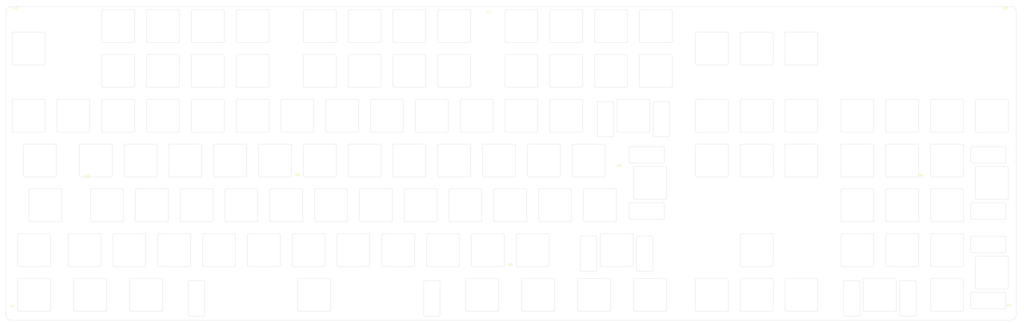
<source format=kicad_pcb>
(kicad_pcb (version 20171130) (host pcbnew "(5.1.9)-1")

  (general
    (thickness 1.6)
    (drawings 1058)
    (tracks 0)
    (zones 0)
    (modules 10)
    (nets 2)
  )

  (page A2)
  (layers
    (0 F.Cu signal)
    (31 B.Cu signal)
    (32 B.Adhes user)
    (33 F.Adhes user)
    (34 B.Paste user)
    (35 F.Paste user)
    (36 B.SilkS user)
    (37 F.SilkS user)
    (38 B.Mask user)
    (39 F.Mask user)
    (40 Dwgs.User user)
    (41 Cmts.User user)
    (42 Eco1.User user)
    (43 Eco2.User user)
    (44 Edge.Cuts user)
    (45 Margin user)
    (46 B.CrtYd user)
    (47 F.CrtYd user)
    (48 B.Fab user)
    (49 F.Fab user)
  )

  (setup
    (last_trace_width 0.25)
    (trace_clearance 0.2)
    (zone_clearance 0.508)
    (zone_45_only no)
    (trace_min 0.2)
    (via_size 0.8)
    (via_drill 0.4)
    (via_min_size 0.4)
    (via_min_drill 0.3)
    (uvia_size 0.3)
    (uvia_drill 0.1)
    (uvias_allowed no)
    (uvia_min_size 0.2)
    (uvia_min_drill 0.1)
    (edge_width 0.1)
    (segment_width 0.2)
    (pcb_text_width 0.3)
    (pcb_text_size 1.5 1.5)
    (mod_edge_width 0.15)
    (mod_text_size 1 1)
    (mod_text_width 0.15)
    (pad_size 2.55 2.5)
    (pad_drill 1)
    (pad_to_mask_clearance 0)
    (aux_axis_origin 0 0)
    (grid_origin 1.91 10.75)
    (visible_elements 7FFFFFFF)
    (pcbplotparams
      (layerselection 0x010fc_ffffffff)
      (usegerberextensions true)
      (usegerberattributes false)
      (usegerberadvancedattributes false)
      (creategerberjobfile false)
      (excludeedgelayer true)
      (linewidth 0.100000)
      (plotframeref false)
      (viasonmask false)
      (mode 1)
      (useauxorigin false)
      (hpglpennumber 1)
      (hpglpenspeed 20)
      (hpglpendiameter 15.000000)
      (psnegative false)
      (psa4output false)
      (plotreference true)
      (plotvalue true)
      (plotinvisibletext false)
      (padsonsilk false)
      (subtractmaskfromsilk true)
      (outputformat 1)
      (mirror false)
      (drillshape 0)
      (scaleselection 1)
      (outputdirectory "_gbr/"))
  )

  (net 0 "")
  (net 1 GND)

  (net_class Default "This is the default net class."
    (clearance 0.2)
    (trace_width 0.25)
    (via_dia 0.8)
    (via_drill 0.4)
    (uvia_dia 0.3)
    (uvia_drill 0.1)
  )

  (module MountingHole:MountingHole_2.2mm_M2 (layer F.Cu) (tedit 56D1B4CB) (tstamp 60C9330D)
    (at 332.185 183.55)
    (descr "Mounting Hole 2.2mm, no annular, M2")
    (tags "mounting hole 2.2mm no annular m2")
    (path /60CCC6C0)
    (attr virtual)
    (fp_text reference H6 (at 0 -3.2) (layer F.SilkS)
      (effects (font (size 1 1) (thickness 0.15)))
    )
    (fp_text value MountingHole (at 0 3.2) (layer F.Fab)
      (effects (font (size 1 1) (thickness 0.15)))
    )
    (fp_circle (center 0 0) (end 2.45 0) (layer F.CrtYd) (width 0.05))
    (fp_circle (center 0 0) (end 2.2 0) (layer Cmts.User) (width 0.15))
    (fp_text user %R (at 0.3 0) (layer F.Fab)
      (effects (font (size 1 1) (thickness 0.15)))
    )
    (pad 1 np_thru_hole circle (at 0 0) (size 2.2 2.2) (drill 2.2) (layers *.Cu *.Mask))
  )

  (module MountingHole:MountingHole_2.2mm_M2 (layer F.Cu) (tedit 56D1B4CB) (tstamp 60C9250C)
    (at 105.86 188)
    (descr "Mounting Hole 2.2mm, no annular, M2")
    (tags "mounting hole 2.2mm no annular m2")
    (path /60CD317C)
    (attr virtual)
    (fp_text reference H10 (at 0 -3.2) (layer F.SilkS)
      (effects (font (size 1 1) (thickness 0.15)))
    )
    (fp_text value MountingHole (at 0 3.2) (layer F.Fab)
      (effects (font (size 1 1) (thickness 0.15)))
    )
    (fp_circle (center 0 0) (end 2.45 0) (layer F.CrtYd) (width 0.05))
    (fp_circle (center 0 0) (end 2.2 0) (layer Cmts.User) (width 0.15))
    (fp_text user %R (at 0.3 0) (layer F.Fab)
      (effects (font (size 1 1) (thickness 0.15)))
    )
    (pad 1 np_thru_hole circle (at 0 0) (size 2.2 2.2) (drill 2.2) (layers *.Cu *.Mask))
  )

  (module MountingHole:MountingHole_2.2mm_M2 (layer F.Cu) (tedit 56D1B4CB) (tstamp 60C92504)
    (at 195.435 187.6)
    (descr "Mounting Hole 2.2mm, no annular, M2")
    (tags "mounting hole 2.2mm no annular m2")
    (path /60CD2F14)
    (attr virtual)
    (fp_text reference H9 (at 0 -3.2) (layer F.SilkS)
      (effects (font (size 1 1) (thickness 0.15)))
    )
    (fp_text value MountingHole (at 0 3.2) (layer F.Fab)
      (effects (font (size 1 1) (thickness 0.15)))
    )
    (fp_circle (center 0 0) (end 2.45 0) (layer F.CrtYd) (width 0.05))
    (fp_circle (center 0 0) (end 2.2 0) (layer Cmts.User) (width 0.15))
    (fp_text user %R (at 0.3 0) (layer F.Fab)
      (effects (font (size 1 1) (thickness 0.15)))
    )
    (pad 1 np_thru_hole circle (at 0 0) (size 2.2 2.2) (drill 2.2) (layers *.Cu *.Mask))
  )

  (module MountingHole:MountingHole_2.2mm_M2 (layer F.Cu) (tedit 56D1B4CB) (tstamp 60C924FC)
    (at 460.385 187.725)
    (descr "Mounting Hole 2.2mm, no annular, M2")
    (tags "mounting hole 2.2mm no annular m2")
    (path /60CCCCC7)
    (attr virtual)
    (fp_text reference H8 (at 0 -3.2) (layer F.SilkS)
      (effects (font (size 1 1) (thickness 0.15)))
    )
    (fp_text value MountingHole (at 0 3.2) (layer F.Fab)
      (effects (font (size 1 1) (thickness 0.15)))
    )
    (fp_circle (center 0 0) (end 2.45 0) (layer F.CrtYd) (width 0.05))
    (fp_circle (center 0 0) (end 2.2 0) (layer Cmts.User) (width 0.15))
    (fp_text user %R (at 0.3 0) (layer F.Fab)
      (effects (font (size 1 1) (thickness 0.15)))
    )
    (pad 1 np_thru_hole circle (at 0 0) (size 2.2 2.2) (drill 2.2) (layers *.Cu *.Mask))
  )

  (module MountingHole:MountingHole_2.2mm_M2 (layer F.Cu) (tedit 56D1B4CB) (tstamp 60C924F4)
    (at 276.91 118.55)
    (descr "Mounting Hole 2.2mm, no annular, M2")
    (tags "mounting hole 2.2mm no annular m2")
    (path /60CCC98B)
    (attr virtual)
    (fp_text reference H7 (at 0 -3.2) (layer F.SilkS)
      (effects (font (size 1 1) (thickness 0.15)))
    )
    (fp_text value MountingHole (at 0 3.2) (layer F.Fab)
      (effects (font (size 1 1) (thickness 0.15)))
    )
    (fp_circle (center 0 0) (end 2.45 0) (layer F.CrtYd) (width 0.05))
    (fp_circle (center 0 0) (end 2.2 0) (layer Cmts.User) (width 0.15))
    (fp_text user %R (at 0.3 0) (layer F.Fab)
      (effects (font (size 1 1) (thickness 0.15)))
    )
    (pad 1 np_thru_hole circle (at 0 0) (size 2.2 2.2) (drill 2.2) (layers *.Cu *.Mask))
  )

  (module MountingHole:MountingHole_2.2mm_M2 (layer F.Cu) (tedit 56D1B4CB) (tstamp 60C94633)
    (at 285.91 225.75)
    (descr "Mounting Hole 2.2mm, no annular, M2")
    (tags "mounting hole 2.2mm no annular m2")
    (path /60CCC43C)
    (attr virtual)
    (fp_text reference H5 (at 0 -3.2) (layer F.SilkS)
      (effects (font (size 1 1) (thickness 0.15)))
    )
    (fp_text value MountingHole (at 0 3.2) (layer F.Fab)
      (effects (font (size 1 1) (thickness 0.15)))
    )
    (fp_circle (center 0 0) (end 2.45 0) (layer F.CrtYd) (width 0.05))
    (fp_circle (center 0 0) (end 2.2 0) (layer Cmts.User) (width 0.15))
    (fp_text user %R (at 0.3 0) (layer F.Fab)
      (effects (font (size 1 1) (thickness 0.15)))
    )
    (pad 1 np_thru_hole circle (at 0 0) (size 2.2 2.2) (drill 2.2) (layers *.Cu *.Mask))
  )

  (module MountingHole:MountingHole_2.2mm_M2 (layer F.Cu) (tedit 56D1B4CB) (tstamp 60C924DC)
    (at 497.91 242.95)
    (descr "Mounting Hole 2.2mm, no annular, M2")
    (tags "mounting hole 2.2mm no annular m2")
    (path /60CCC245)
    (attr virtual)
    (fp_text reference H4 (at 0 -3.2) (layer F.SilkS)
      (effects (font (size 1 1) (thickness 0.15)))
    )
    (fp_text value MountingHole (at 0 3.2) (layer F.Fab)
      (effects (font (size 1 1) (thickness 0.15)))
    )
    (fp_circle (center 0 0) (end 2.45 0) (layer F.CrtYd) (width 0.05))
    (fp_circle (center 0 0) (end 2.2 0) (layer Cmts.User) (width 0.15))
    (fp_text user %R (at 0.3 0) (layer F.Fab)
      (effects (font (size 1 1) (thickness 0.15)))
    )
    (pad 1 np_thru_hole circle (at 0 0) (size 2.2 2.2) (drill 2.2) (layers *.Cu *.Mask))
  )

  (module MountingHole:MountingHole_2.2mm_M2 (layer F.Cu) (tedit 56D1B4CB) (tstamp 60C924D4)
    (at 74.11 243.35)
    (descr "Mounting Hole 2.2mm, no annular, M2")
    (tags "mounting hole 2.2mm no annular m2")
    (path /60CCBDAA)
    (attr virtual)
    (fp_text reference H3 (at 0 -3.2) (layer F.SilkS)
      (effects (font (size 1 1) (thickness 0.15)))
    )
    (fp_text value MountingHole (at 0 3.2) (layer F.Fab)
      (effects (font (size 1 1) (thickness 0.15)))
    )
    (fp_circle (center 0 0) (end 2.45 0) (layer F.CrtYd) (width 0.05))
    (fp_circle (center 0 0) (end 2.2 0) (layer Cmts.User) (width 0.15))
    (fp_text user %R (at 0.3 0) (layer F.Fab)
      (effects (font (size 1 1) (thickness 0.15)))
    )
    (pad 1 np_thru_hole circle (at 0 0) (size 2.2 2.2) (drill 2.2) (layers *.Cu *.Mask))
  )

  (module MountingHole:MountingHole_2.2mm_M2 (layer F.Cu) (tedit 56D1B4CB) (tstamp 60C924CC)
    (at 496.51 116.75)
    (descr "Mounting Hole 2.2mm, no annular, M2")
    (tags "mounting hole 2.2mm no annular m2")
    (path /60CCBAD4)
    (attr virtual)
    (fp_text reference H2 (at 0 -3.2) (layer F.SilkS)
      (effects (font (size 1 1) (thickness 0.15)))
    )
    (fp_text value MountingHole (at 0 3.2) (layer F.Fab)
      (effects (font (size 1 1) (thickness 0.15)))
    )
    (fp_circle (center 0 0) (end 2.45 0) (layer F.CrtYd) (width 0.05))
    (fp_circle (center 0 0) (end 2.2 0) (layer Cmts.User) (width 0.15))
    (fp_text user %R (at 0.3 0) (layer F.Fab)
      (effects (font (size 1 1) (thickness 0.15)))
    )
    (pad 1 np_thru_hole circle (at 0 0) (size 2.2 2.2) (drill 2.2) (layers *.Cu *.Mask))
  )

  (module MountingHole:MountingHole_2.2mm_M2 (layer F.Cu) (tedit 56D1B4CB) (tstamp 60C924C4)
    (at 75.51 116.75)
    (descr "Mounting Hole 2.2mm, no annular, M2")
    (tags "mounting hole 2.2mm no annular m2")
    (path /60CCB1E5)
    (attr virtual)
    (fp_text reference H1 (at 0 -3.2) (layer F.SilkS)
      (effects (font (size 1 1) (thickness 0.15)))
    )
    (fp_text value MountingHole (at 0 3.2) (layer F.Fab)
      (effects (font (size 1 1) (thickness 0.15)))
    )
    (fp_circle (center 0 0) (end 2.45 0) (layer F.CrtYd) (width 0.05))
    (fp_circle (center 0 0) (end 2.2 0) (layer Cmts.User) (width 0.15))
    (fp_text user %R (at 0.3 0) (layer F.Fab)
      (effects (font (size 1 1) (thickness 0.15)))
    )
    (pad 1 np_thru_hole circle (at 0 0) (size 2.2 2.2) (drill 2.2) (layers *.Cu *.Mask))
  )

  (gr_arc (start 434.132 243.849999) (end 434.132 244.349999) (angle -90) (layer Edge.Cuts) (width 0.1))
  (gr_arc (start 465.145 228.85) (end 465.145 228.35) (angle -90) (layer Edge.Cuts) (width 0.1))
  (gr_line (start 434.632 229.85) (end 434.632 243.849999) (layer Edge.Cuts) (width 0.1))
  (gr_arc (start 458.008 229.85) (end 458.508 229.85) (angle -90) (layer Edge.Cuts) (width 0.1))
  (gr_arc (start 452.008 229.85) (end 452.008 229.35) (angle -90) (layer Edge.Cuts) (width 0.1))
  (gr_line (start 451.508 229.85) (end 451.508 243.849999) (layer Edge.Cuts) (width 0.1))
  (gr_arc (start 478.145 241.849999) (end 478.145 242.349999) (angle -90) (layer Edge.Cuts) (width 0.1))
  (gr_arc (start 458.008 243.849999) (end 458.008 244.349999) (angle -90) (layer Edge.Cuts) (width 0.1))
  (gr_arc (start 449.57 228.85) (end 450.07 228.85) (angle -90) (layer Edge.Cuts) (width 0.1))
  (gr_arc (start 436.57 241.849999) (end 436.07 241.849999) (angle -90) (layer Edge.Cuts) (width 0.1))
  (gr_arc (start 428.132 243.849999) (end 427.632 243.849999) (angle -90) (layer Edge.Cuts) (width 0.1))
  (gr_arc (start 436.57 228.85) (end 436.57 228.35) (angle -90) (layer Edge.Cuts) (width 0.1))
  (gr_line (start 465.145 228.35) (end 478.145 228.35) (layer Edge.Cuts) (width 0.1))
  (gr_arc (start 428.132 229.85) (end 428.132 229.35) (angle -90) (layer Edge.Cuts) (width 0.1))
  (gr_line (start 452.008 229.35) (end 458.008 229.35) (layer Edge.Cuts) (width 0.1))
  (gr_line (start 465.145 242.349999) (end 478.145 242.349999) (layer Edge.Cuts) (width 0.1))
  (gr_line (start 478.645 228.85) (end 478.645 241.849999) (layer Edge.Cuts) (width 0.1))
  (gr_line (start 427.632 229.85) (end 427.632 243.849999) (layer Edge.Cuts) (width 0.1))
  (gr_line (start 458.508 229.85) (end 458.508 243.849999) (layer Edge.Cuts) (width 0.1))
  (gr_line (start 464.645 228.85) (end 464.645 241.849999) (layer Edge.Cuts) (width 0.1))
  (gr_arc (start 478.145 228.85) (end 478.645 228.85) (angle -90) (layer Edge.Cuts) (width 0.1))
  (gr_line (start 452.008 244.349999) (end 458.008 244.349999) (layer Edge.Cuts) (width 0.1))
  (gr_arc (start 434.132 229.85) (end 434.632 229.85) (angle -90) (layer Edge.Cuts) (width 0.1))
  (gr_line (start 428.132 229.35) (end 434.132 229.35) (layer Edge.Cuts) (width 0.1))
  (gr_arc (start 465.145 241.849999) (end 464.645 241.849999) (angle -90) (layer Edge.Cuts) (width 0.1))
  (gr_arc (start 452.008 243.849999) (end 451.508 243.849999) (angle -90) (layer Edge.Cuts) (width 0.1))
  (gr_arc (start 449.57 241.849999) (end 449.57 242.349999) (angle -90) (layer Edge.Cuts) (width 0.1))
  (gr_line (start 428.132 244.349999) (end 434.132 244.349999) (layer Edge.Cuts) (width 0.1))
  (gr_line (start 384.1825 228.35) (end 397.1825 228.35) (layer Edge.Cuts) (width 0.1))
  (gr_arc (start 280.50125 228.85) (end 281.00125 228.85) (angle -90) (layer Edge.Cuts) (width 0.1))
  (gr_line (start 314.62625 228.85) (end 314.62625 241.849999) (layer Edge.Cuts) (width 0.1))
  (gr_line (start 450.07 228.85) (end 450.07 241.849999) (layer Edge.Cuts) (width 0.1))
  (gr_line (start 436.07 228.85) (end 436.07 241.849999) (layer Edge.Cuts) (width 0.1))
  (gr_line (start 436.57 242.349999) (end 449.57 242.349999) (layer Edge.Cuts) (width 0.1))
  (gr_line (start 436.57 228.35) (end 449.57 228.35) (layer Edge.Cuts) (width 0.1))
  (gr_line (start 338.43875 228.85) (end 338.43875 241.849999) (layer Edge.Cuts) (width 0.1))
  (gr_arc (start 416.2325 241.849999) (end 416.2325 242.349999) (angle -90) (layer Edge.Cuts) (width 0.1))
  (gr_arc (start 403.2325 241.849999) (end 402.7325 241.849999) (angle -90) (layer Edge.Cuts) (width 0.1))
  (gr_arc (start 378.1325 228.85) (end 378.6325 228.85) (angle -90) (layer Edge.Cuts) (width 0.1))
  (gr_line (start 267.00125 228.85) (end 267.00125 241.849999) (layer Edge.Cuts) (width 0.1))
  (gr_arc (start 416.2325 228.85) (end 416.7325 228.85) (angle -90) (layer Edge.Cuts) (width 0.1))
  (gr_arc (start 403.2325 228.85) (end 403.2325 228.35) (angle -90) (layer Edge.Cuts) (width 0.1))
  (gr_line (start 416.7325 228.85) (end 416.7325 241.849999) (layer Edge.Cuts) (width 0.1))
  (gr_arc (start 315.12625 228.85) (end 315.12625 228.35) (angle -90) (layer Edge.Cuts) (width 0.1))
  (gr_line (start 402.7325 228.85) (end 402.7325 241.849999) (layer Edge.Cuts) (width 0.1))
  (gr_line (start 403.2325 228.35) (end 416.2325 228.35) (layer Edge.Cuts) (width 0.1))
  (gr_arc (start 328.12625 241.849999) (end 328.12625 242.349999) (angle -90) (layer Edge.Cuts) (width 0.1))
  (gr_line (start 315.12625 242.349999) (end 328.12625 242.349999) (layer Edge.Cuts) (width 0.1))
  (gr_line (start 378.6325 228.85) (end 378.6325 241.849999) (layer Edge.Cuts) (width 0.1))
  (gr_line (start 365.1325 242.349999) (end 378.1325 242.349999) (layer Edge.Cuts) (width 0.1))
  (gr_arc (start 304.31375 228.85) (end 304.81375 228.85) (angle -90) (layer Edge.Cuts) (width 0.1))
  (gr_arc (start 149.56375 243.849999) (end 149.06375 243.849999) (angle -90) (layer Edge.Cuts) (width 0.1))
  (gr_line (start 352.43875 228.85) (end 352.43875 241.849999) (layer Edge.Cuts) (width 0.1))
  (gr_line (start 267.50125 228.35) (end 280.50125 228.35) (layer Edge.Cuts) (width 0.1))
  (gr_arc (start 384.1825 228.85) (end 384.1825 228.35) (angle -90) (layer Edge.Cuts) (width 0.1))
  (gr_line (start 384.1825 242.349999) (end 397.1825 242.349999) (layer Edge.Cuts) (width 0.1))
  (gr_line (start 315.12625 228.35) (end 328.12625 228.35) (layer Edge.Cuts) (width 0.1))
  (gr_arc (start 267.50125 241.849999) (end 267.00125 241.849999) (angle -90) (layer Edge.Cuts) (width 0.1))
  (gr_line (start 291.31375 242.349999) (end 304.31375 242.349999) (layer Edge.Cuts) (width 0.1))
  (gr_arc (start 397.1825 241.849999) (end 397.1825 242.349999) (angle -90) (layer Edge.Cuts) (width 0.1))
  (gr_arc (start 338.93875 241.849999) (end 338.43875 241.849999) (angle -90) (layer Edge.Cuts) (width 0.1))
  (gr_arc (start 291.31375 228.85) (end 291.31375 228.35) (angle -90) (layer Edge.Cuts) (width 0.1))
  (gr_line (start 328.62625 228.85) (end 328.62625 241.849999) (layer Edge.Cuts) (width 0.1))
  (gr_arc (start 304.31375 241.849999) (end 304.31375 242.349999) (angle -90) (layer Edge.Cuts) (width 0.1))
  (gr_line (start 403.2325 242.349999) (end 416.2325 242.349999) (layer Edge.Cuts) (width 0.1))
  (gr_arc (start 378.1325 241.849999) (end 378.1325 242.349999) (angle -90) (layer Edge.Cuts) (width 0.1))
  (gr_arc (start 267.50125 228.85) (end 267.50125 228.35) (angle -90) (layer Edge.Cuts) (width 0.1))
  (gr_arc (start 384.1825 241.849999) (end 383.6825 241.849999) (angle -90) (layer Edge.Cuts) (width 0.1))
  (gr_arc (start 365.1325 241.849999) (end 364.6325 241.849999) (angle -90) (layer Edge.Cuts) (width 0.1))
  (gr_arc (start 291.31375 241.849999) (end 290.81375 241.849999) (angle -90) (layer Edge.Cuts) (width 0.1))
  (gr_arc (start 365.1325 228.85) (end 365.1325 228.35) (angle -90) (layer Edge.Cuts) (width 0.1))
  (gr_arc (start 351.93875 228.85) (end 352.43875 228.85) (angle -90) (layer Edge.Cuts) (width 0.1))
  (gr_line (start 281.00125 228.85) (end 281.00125 241.849999) (layer Edge.Cuts) (width 0.1))
  (gr_line (start 267.50125 242.349999) (end 280.50125 242.349999) (layer Edge.Cuts) (width 0.1))
  (gr_line (start 338.93875 242.349999) (end 351.93875 242.349999) (layer Edge.Cuts) (width 0.1))
  (gr_arc (start 328.12625 228.85) (end 328.62625 228.85) (angle -90) (layer Edge.Cuts) (width 0.1))
  (gr_arc (start 397.1825 228.85) (end 397.6825 228.85) (angle -90) (layer Edge.Cuts) (width 0.1))
  (gr_line (start 365.1325 228.35) (end 378.1325 228.35) (layer Edge.Cuts) (width 0.1))
  (gr_arc (start 155.56375 229.85) (end 156.06375 229.85) (angle -90) (layer Edge.Cuts) (width 0.1))
  (gr_line (start 397.6825 228.85) (end 397.6825 241.849999) (layer Edge.Cuts) (width 0.1))
  (gr_line (start 383.6825 228.85) (end 383.6825 241.849999) (layer Edge.Cuts) (width 0.1))
  (gr_line (start 364.6325 228.85) (end 364.6325 241.849999) (layer Edge.Cuts) (width 0.1))
  (gr_arc (start 315.12625 241.849999) (end 314.62625 241.849999) (angle -90) (layer Edge.Cuts) (width 0.1))
  (gr_arc (start 280.50125 241.849999) (end 280.50125 242.349999) (angle -90) (layer Edge.Cuts) (width 0.1))
  (gr_line (start 290.81375 228.85) (end 290.81375 241.849999) (layer Edge.Cuts) (width 0.1))
  (gr_arc (start 351.93875 241.849999) (end 351.93875 242.349999) (angle -90) (layer Edge.Cuts) (width 0.1))
  (gr_line (start 338.93875 228.35) (end 351.93875 228.35) (layer Edge.Cuts) (width 0.1))
  (gr_arc (start 155.56375 243.849999) (end 155.56375 244.349999) (angle -90) (layer Edge.Cuts) (width 0.1))
  (gr_line (start 291.31375 228.35) (end 304.31375 228.35) (layer Edge.Cuts) (width 0.1))
  (gr_line (start 304.81375 228.85) (end 304.81375 241.849999) (layer Edge.Cuts) (width 0.1))
  (gr_arc (start 338.93875 228.85) (end 338.93875 228.35) (angle -90) (layer Edge.Cuts) (width 0.1))
  (gr_arc (start 149.56375 229.85) (end 149.56375 229.35) (angle -90) (layer Edge.Cuts) (width 0.1))
  (gr_line (start 249.56375 244.349999) (end 255.56375 244.349999) (layer Edge.Cuts) (width 0.1))
  (gr_arc (start 497.195 232.325) (end 497.195 232.825) (angle -90) (layer Edge.Cuts) (width 0.1))
  (gr_arc (start 113.81375 241.849999) (end 113.81375 242.349999) (angle -90) (layer Edge.Cuts) (width 0.1))
  (gr_line (start 196.06375 242.349999) (end 209.06375 242.349999) (layer Edge.Cuts) (width 0.1))
  (gr_line (start 481.695 210.887) (end 481.695 216.887) (layer Edge.Cuts) (width 0.1))
  (gr_line (start 90.50125 228.85) (end 90.50125 241.849999) (layer Edge.Cuts) (width 0.1))
  (gr_arc (start 196.06375 228.85) (end 196.06375 228.35) (angle -90) (layer Edge.Cuts) (width 0.1))
  (gr_arc (start 137.62625 228.85) (end 138.12625 228.85) (angle -90) (layer Edge.Cuts) (width 0.1))
  (gr_line (start 124.12625 228.85) (end 124.12625 241.849999) (layer Edge.Cuts) (width 0.1))
  (gr_line (start 124.62625 242.349999) (end 137.62625 242.349999) (layer Edge.Cuts) (width 0.1))
  (gr_line (start 496.195 234.263) (end 482.195 234.263) (layer Edge.Cuts) (width 0.1))
  (gr_line (start 100.81375 228.35) (end 113.81375 228.35) (layer Edge.Cuts) (width 0.1))
  (gr_line (start 496.695 210.887) (end 496.695 216.887) (layer Edge.Cuts) (width 0.1))
  (gr_arc (start 496.195 234.763) (end 496.695 234.763) (angle -90) (layer Edge.Cuts) (width 0.1))
  (gr_line (start 100.81375 242.349999) (end 113.81375 242.349999) (layer Edge.Cuts) (width 0.1))
  (gr_arc (start 482.195 240.763) (end 481.695 240.763) (angle -90) (layer Edge.Cuts) (width 0.1))
  (gr_line (start 156.06375 229.85) (end 156.06375 243.849999) (layer Edge.Cuts) (width 0.1))
  (gr_line (start 496.195 241.263) (end 482.195 241.263) (layer Edge.Cuts) (width 0.1))
  (gr_arc (start 249.56375 229.85) (end 249.56375 229.35) (angle -90) (layer Edge.Cuts) (width 0.1))
  (gr_line (start 149.56375 229.35) (end 155.56375 229.35) (layer Edge.Cuts) (width 0.1))
  (gr_arc (start 209.06375 228.85) (end 209.56375 228.85) (angle -90) (layer Edge.Cuts) (width 0.1))
  (gr_arc (start 137.62625 241.849999) (end 137.62625 242.349999) (angle -90) (layer Edge.Cuts) (width 0.1))
  (gr_line (start 138.12625 228.85) (end 138.12625 241.849999) (layer Edge.Cuts) (width 0.1))
  (gr_line (start 195.56375 228.85) (end 195.56375 241.849999) (layer Edge.Cuts) (width 0.1))
  (gr_line (start 496.195 217.387) (end 482.195 217.387) (layer Edge.Cuts) (width 0.1))
  (gr_line (start 77.00125 242.349999) (end 90.00125 242.349999) (layer Edge.Cuts) (width 0.1))
  (gr_line (start 496.695 234.763) (end 496.695 240.763) (layer Edge.Cuts) (width 0.1))
  (gr_arc (start 100.81375 228.85) (end 100.81375 228.35) (angle -90) (layer Edge.Cuts) (width 0.1))
  (gr_arc (start 496.195 240.763) (end 496.195 241.263) (angle -90) (layer Edge.Cuts) (width 0.1))
  (gr_arc (start 100.81375 241.849999) (end 100.31375 241.849999) (angle -90) (layer Edge.Cuts) (width 0.1))
  (gr_line (start 149.06375 229.85) (end 149.06375 243.849999) (layer Edge.Cuts) (width 0.1))
  (gr_arc (start 497.195 219.325) (end 497.695 219.325) (angle -90) (layer Edge.Cuts) (width 0.1))
  (gr_arc (start 249.56375 243.849999) (end 249.06375 243.849999) (angle -90) (layer Edge.Cuts) (width 0.1))
  (gr_arc (start 209.06375 241.849999) (end 209.06375 242.349999) (angle -90) (layer Edge.Cuts) (width 0.1))
  (gr_line (start 249.56375 229.35) (end 255.56375 229.35) (layer Edge.Cuts) (width 0.1))
  (gr_arc (start 90.00125 241.849999) (end 90.00125 242.349999) (angle -90) (layer Edge.Cuts) (width 0.1))
  (gr_line (start 481.695 234.763) (end 481.695 240.763) (layer Edge.Cuts) (width 0.1))
  (gr_arc (start 255.56375 229.85) (end 256.06375 229.85) (angle -90) (layer Edge.Cuts) (width 0.1))
  (gr_line (start 256.06375 229.85) (end 256.06375 243.849999) (layer Edge.Cuts) (width 0.1))
  (gr_line (start 249.06375 229.85) (end 249.06375 243.849999) (layer Edge.Cuts) (width 0.1))
  (gr_arc (start 196.06375 241.849999) (end 195.56375 241.849999) (angle -90) (layer Edge.Cuts) (width 0.1))
  (gr_line (start 196.06375 228.35) (end 209.06375 228.35) (layer Edge.Cuts) (width 0.1))
  (gr_line (start 209.56375 228.85) (end 209.56375 241.849999) (layer Edge.Cuts) (width 0.1))
  (gr_arc (start 482.195 210.887) (end 482.195 210.387) (angle -90) (layer Edge.Cuts) (width 0.1))
  (gr_line (start 100.31375 228.85) (end 100.31375 241.849999) (layer Edge.Cuts) (width 0.1))
  (gr_arc (start 77.00125 241.849999) (end 76.50125 241.849999) (angle -90) (layer Edge.Cuts) (width 0.1))
  (gr_line (start 76.50125 228.85) (end 76.50125 241.849999) (layer Edge.Cuts) (width 0.1))
  (gr_arc (start 482.195 216.887) (end 481.695 216.887) (angle -90) (layer Edge.Cuts) (width 0.1))
  (gr_arc (start 484.195 219.325) (end 484.195 218.825) (angle -90) (layer Edge.Cuts) (width 0.1))
  (gr_arc (start 124.62625 241.849999) (end 124.12625 241.849999) (angle -90) (layer Edge.Cuts) (width 0.1))
  (gr_arc (start 496.195 210.887) (end 496.695 210.887) (angle -90) (layer Edge.Cuts) (width 0.1))
  (gr_arc (start 124.62625 228.85) (end 124.62625 228.35) (angle -90) (layer Edge.Cuts) (width 0.1))
  (gr_arc (start 90.00125 228.85) (end 90.50125 228.85) (angle -90) (layer Edge.Cuts) (width 0.1))
  (gr_line (start 114.31375 228.85) (end 114.31375 241.849999) (layer Edge.Cuts) (width 0.1))
  (gr_line (start 496.195 210.387) (end 482.195 210.387) (layer Edge.Cuts) (width 0.1))
  (gr_line (start 124.62625 228.35) (end 137.62625 228.35) (layer Edge.Cuts) (width 0.1))
  (gr_arc (start 77.00125 228.85) (end 77.00125 228.35) (angle -90) (layer Edge.Cuts) (width 0.1))
  (gr_arc (start 484.195 232.325) (end 483.695 232.325) (angle -90) (layer Edge.Cuts) (width 0.1))
  (gr_arc (start 113.81375 228.85) (end 114.31375 228.85) (angle -90) (layer Edge.Cuts) (width 0.1))
  (gr_arc (start 496.195 216.887) (end 496.195 217.387) (angle -90) (layer Edge.Cuts) (width 0.1))
  (gr_arc (start 482.195 234.763) (end 482.195 234.263) (angle -90) (layer Edge.Cuts) (width 0.1))
  (gr_line (start 77.00125 228.35) (end 90.00125 228.35) (layer Edge.Cuts) (width 0.1))
  (gr_line (start 149.56375 244.349999) (end 155.56375 244.349999) (layer Edge.Cuts) (width 0.1))
  (gr_arc (start 255.56375 243.849999) (end 255.56375 244.349999) (angle -90) (layer Edge.Cuts) (width 0.1))
  (gr_arc (start 322.21325 210.8) (end 322.71325 210.8) (angle -90) (layer Edge.Cuts) (width 0.1))
  (gr_line (start 459.595 209.8) (end 459.595 222.8) (layer Edge.Cuts) (width 0.1))
  (gr_arc (start 324.65125 209.8) (end 324.65125 209.3) (angle -90) (layer Edge.Cuts) (width 0.1))
  (gr_line (start 446.095 223.3) (end 459.095 223.3) (layer Edge.Cuts) (width 0.1))
  (gr_line (start 446.095 209.3) (end 459.095 209.3) (layer Edge.Cuts) (width 0.1))
  (gr_arc (start 427.045 209.8) (end 427.045 209.3) (angle -90) (layer Edge.Cuts) (width 0.1))
  (gr_line (start 426.545 209.8) (end 426.545 222.8) (layer Edge.Cuts) (width 0.1))
  (gr_line (start 427.045 223.3) (end 440.045 223.3) (layer Edge.Cuts) (width 0.1))
  (gr_line (start 322.71325 210.8) (end 322.71325 224.8) (layer Edge.Cuts) (width 0.1))
  (gr_arc (start 397.1825 222.8) (end 397.1825 223.3) (angle -90) (layer Edge.Cuts) (width 0.1))
  (gr_line (start 397.6825 209.8) (end 397.6825 222.8) (layer Edge.Cuts) (width 0.1))
  (gr_line (start 383.6825 209.8) (end 383.6825 222.8) (layer Edge.Cuts) (width 0.1))
  (gr_line (start 384.1825 209.3) (end 397.1825 209.3) (layer Edge.Cuts) (width 0.1))
  (gr_arc (start 316.21325 210.8) (end 316.21325 210.3) (angle -90) (layer Edge.Cuts) (width 0.1))
  (gr_line (start 316.21325 225.3) (end 322.21325 225.3) (layer Edge.Cuts) (width 0.1))
  (gr_arc (start 322.21325 224.8) (end 322.21325 225.3) (angle -90) (layer Edge.Cuts) (width 0.1))
  (gr_line (start 339.58925 210.8) (end 339.58925 224.8) (layer Edge.Cuts) (width 0.1))
  (gr_arc (start 346.08925 210.8) (end 346.58925 210.8) (angle -90) (layer Edge.Cuts) (width 0.1))
  (gr_arc (start 340.08925 210.8) (end 340.08925 210.3) (angle -90) (layer Edge.Cuts) (width 0.1))
  (gr_line (start 338.151249 209.8) (end 338.151249 222.8) (layer Edge.Cuts) (width 0.1))
  (gr_line (start 384.1825 223.3) (end 397.1825 223.3) (layer Edge.Cuts) (width 0.1))
  (gr_line (start 346.58925 210.8) (end 346.58925 224.8) (layer Edge.Cuts) (width 0.1))
  (gr_arc (start 397.1825 209.8) (end 397.6825 209.8) (angle -90) (layer Edge.Cuts) (width 0.1))
  (gr_arc (start 301.9325 222.8) (end 301.9325 223.3) (angle -90) (layer Edge.Cuts) (width 0.1))
  (gr_arc (start 337.651249 209.8) (end 338.151249 209.8) (angle -90) (layer Edge.Cuts) (width 0.1))
  (gr_arc (start 346.08925 224.8) (end 346.08925 225.3) (angle -90) (layer Edge.Cuts) (width 0.1))
  (gr_arc (start 324.65125 222.8) (end 324.15125 222.8) (angle -90) (layer Edge.Cuts) (width 0.1))
  (gr_line (start 497.195 232.825) (end 484.195 232.825) (layer Edge.Cuts) (width 0.1))
  (gr_line (start 497.195 218.825) (end 484.195 218.825) (layer Edge.Cuts) (width 0.1))
  (gr_line (start 324.15125 209.8) (end 324.15125 222.8) (layer Edge.Cuts) (width 0.1))
  (gr_line (start 483.695 219.325) (end 483.695 232.325) (layer Edge.Cuts) (width 0.1))
  (gr_arc (start 446.095 222.8) (end 445.595 222.8) (angle -90) (layer Edge.Cuts) (width 0.1))
  (gr_line (start 465.145 209.3) (end 478.145 209.3) (layer Edge.Cuts) (width 0.1))
  (gr_arc (start 288.9325 222.8) (end 288.4325 222.8) (angle -90) (layer Edge.Cuts) (width 0.1))
  (gr_line (start 497.695 219.325) (end 497.695 232.325) (layer Edge.Cuts) (width 0.1))
  (gr_line (start 324.65125 223.3) (end 337.651249 223.3) (layer Edge.Cuts) (width 0.1))
  (gr_arc (start 478.145 222.8) (end 478.145 223.3) (angle -90) (layer Edge.Cuts) (width 0.1))
  (gr_arc (start 465.145 222.8) (end 464.645 222.8) (angle -90) (layer Edge.Cuts) (width 0.1))
  (gr_arc (start 440.045 222.8) (end 440.045 223.3) (angle -90) (layer Edge.Cuts) (width 0.1))
  (gr_line (start 427.045 209.3) (end 440.045 209.3) (layer Edge.Cuts) (width 0.1))
  (gr_line (start 315.71325 210.8) (end 315.71325 224.8) (layer Edge.Cuts) (width 0.1))
  (gr_line (start 324.65125 209.3) (end 337.651249 209.3) (layer Edge.Cuts) (width 0.1))
  (gr_arc (start 478.145 209.8) (end 478.645 209.8) (angle -90) (layer Edge.Cuts) (width 0.1))
  (gr_line (start 340.08925 225.3) (end 346.08925 225.3) (layer Edge.Cuts) (width 0.1))
  (gr_arc (start 465.145 209.8) (end 465.145 209.3) (angle -90) (layer Edge.Cuts) (width 0.1))
  (gr_arc (start 459.095 222.8) (end 459.095 223.3) (angle -90) (layer Edge.Cuts) (width 0.1))
  (gr_line (start 478.645 209.8) (end 478.645 222.8) (layer Edge.Cuts) (width 0.1))
  (gr_line (start 464.645 209.8) (end 464.645 222.8) (layer Edge.Cuts) (width 0.1))
  (gr_line (start 465.145 223.3) (end 478.145 223.3) (layer Edge.Cuts) (width 0.1))
  (gr_line (start 445.595 209.8) (end 445.595 222.8) (layer Edge.Cuts) (width 0.1))
  (gr_arc (start 384.1825 222.8) (end 383.6825 222.8) (angle -90) (layer Edge.Cuts) (width 0.1))
  (gr_arc (start 337.651249 222.8) (end 337.651249 223.3) (angle -90) (layer Edge.Cuts) (width 0.1))
  (gr_line (start 316.21325 210.3) (end 322.21325 210.3) (layer Edge.Cuts) (width 0.1))
  (gr_arc (start 316.21325 224.8) (end 315.71325 224.8) (angle -90) (layer Edge.Cuts) (width 0.1))
  (gr_arc (start 440.045 209.8) (end 440.545 209.8) (angle -90) (layer Edge.Cuts) (width 0.1))
  (gr_arc (start 459.095 209.8) (end 459.595 209.8) (angle -90) (layer Edge.Cuts) (width 0.1))
  (gr_arc (start 288.9325 209.8) (end 288.9325 209.3) (angle -90) (layer Edge.Cuts) (width 0.1))
  (gr_arc (start 446.095 209.8) (end 446.095 209.3) (angle -90) (layer Edge.Cuts) (width 0.1))
  (gr_line (start 340.08925 210.3) (end 346.08925 210.3) (layer Edge.Cuts) (width 0.1))
  (gr_line (start 440.545 209.8) (end 440.545 222.8) (layer Edge.Cuts) (width 0.1))
  (gr_arc (start 384.1825 209.8) (end 384.1825 209.3) (angle -90) (layer Edge.Cuts) (width 0.1))
  (gr_arc (start 301.9325 209.8) (end 302.4325 209.8) (angle -90) (layer Edge.Cuts) (width 0.1))
  (gr_arc (start 340.08925 224.8) (end 339.58925 224.8) (angle -90) (layer Edge.Cuts) (width 0.1))
  (gr_arc (start 427.045 222.8) (end 426.545 222.8) (angle -90) (layer Edge.Cuts) (width 0.1))
  (gr_line (start 302.4325 209.8) (end 302.4325 222.8) (layer Edge.Cuts) (width 0.1))
  (gr_arc (start 282.8825 222.8) (end 282.8825 223.3) (angle -90) (layer Edge.Cuts) (width 0.1))
  (gr_line (start 193.6825 223.3) (end 206.6825 223.3) (layer Edge.Cuts) (width 0.1))
  (gr_line (start 288.4325 209.8) (end 288.4325 222.8) (layer Edge.Cuts) (width 0.1))
  (gr_line (start 226.2325 209.8) (end 226.2325 222.8) (layer Edge.Cuts) (width 0.1))
  (gr_arc (start 168.5825 209.8) (end 169.0825 209.8) (angle -90) (layer Edge.Cuts) (width 0.1))
  (gr_line (start 288.9325 223.3) (end 301.9325 223.3) (layer Edge.Cuts) (width 0.1))
  (gr_line (start 250.8325 223.3) (end 263.8325 223.3) (layer Edge.Cuts) (width 0.1))
  (gr_arc (start 269.8825 209.8) (end 269.8825 209.3) (angle -90) (layer Edge.Cuts) (width 0.1))
  (gr_line (start 245.2825 209.8) (end 245.2825 222.8) (layer Edge.Cuts) (width 0.1))
  (gr_arc (start 206.6825 222.8) (end 206.6825 223.3) (angle -90) (layer Edge.Cuts) (width 0.1))
  (gr_arc (start 212.7325 222.8) (end 212.2325 222.8) (angle -90) (layer Edge.Cuts) (width 0.1))
  (gr_line (start 174.1325 209.8) (end 174.1325 222.8) (layer Edge.Cuts) (width 0.1))
  (gr_arc (start 193.6825 209.8) (end 193.6825 209.3) (angle -90) (layer Edge.Cuts) (width 0.1))
  (gr_line (start 188.1325 209.8) (end 188.1325 222.8) (layer Edge.Cuts) (width 0.1))
  (gr_line (start 207.1825 209.8) (end 207.1825 222.8) (layer Edge.Cuts) (width 0.1))
  (gr_line (start 288.9325 209.3) (end 301.9325 209.3) (layer Edge.Cuts) (width 0.1))
  (gr_line (start 269.3825 209.8) (end 269.3825 222.8) (layer Edge.Cuts) (width 0.1))
  (gr_arc (start 231.7825 222.8) (end 231.2825 222.8) (angle -90) (layer Edge.Cuts) (width 0.1))
  (gr_line (start 269.8825 209.3) (end 282.8825 209.3) (layer Edge.Cuts) (width 0.1))
  (gr_line (start 250.3325 209.8) (end 250.3325 222.8) (layer Edge.Cuts) (width 0.1))
  (gr_line (start 212.7325 223.3) (end 225.7325 223.3) (layer Edge.Cuts) (width 0.1))
  (gr_arc (start 206.6825 209.8) (end 207.1825 209.8) (angle -90) (layer Edge.Cuts) (width 0.1))
  (gr_arc (start 225.7325 222.8) (end 225.7325 223.3) (angle -90) (layer Edge.Cuts) (width 0.1))
  (gr_arc (start 149.5325 209.8) (end 150.0325 209.8) (angle -90) (layer Edge.Cuts) (width 0.1))
  (gr_arc (start 212.7325 209.8) (end 212.7325 209.3) (angle -90) (layer Edge.Cuts) (width 0.1))
  (gr_line (start 169.0825 209.8) (end 169.0825 222.8) (layer Edge.Cuts) (width 0.1))
  (gr_arc (start 174.6325 222.8) (end 174.1325 222.8) (angle -90) (layer Edge.Cuts) (width 0.1))
  (gr_arc (start 269.8825 222.8) (end 269.3825 222.8) (angle -90) (layer Edge.Cuts) (width 0.1))
  (gr_line (start 193.6825 209.3) (end 206.6825 209.3) (layer Edge.Cuts) (width 0.1))
  (gr_arc (start 282.8825 209.8) (end 283.3825 209.8) (angle -90) (layer Edge.Cuts) (width 0.1))
  (gr_line (start 283.3825 209.8) (end 283.3825 222.8) (layer Edge.Cuts) (width 0.1))
  (gr_arc (start 263.8325 209.8) (end 264.3325 209.8) (angle -90) (layer Edge.Cuts) (width 0.1))
  (gr_line (start 231.7825 223.3) (end 244.7825 223.3) (layer Edge.Cuts) (width 0.1))
  (gr_line (start 231.2825 209.8) (end 231.2825 222.8) (layer Edge.Cuts) (width 0.1))
  (gr_line (start 174.6325 223.3) (end 187.6325 223.3) (layer Edge.Cuts) (width 0.1))
  (gr_line (start 269.8825 223.3) (end 282.8825 223.3) (layer Edge.Cuts) (width 0.1))
  (gr_arc (start 263.8325 222.8) (end 263.8325 223.3) (angle -90) (layer Edge.Cuts) (width 0.1))
  (gr_arc (start 250.8325 209.8) (end 250.8325 209.3) (angle -90) (layer Edge.Cuts) (width 0.1))
  (gr_line (start 250.8325 209.3) (end 263.8325 209.3) (layer Edge.Cuts) (width 0.1))
  (gr_arc (start 244.7825 222.8) (end 244.7825 223.3) (angle -90) (layer Edge.Cuts) (width 0.1))
  (gr_line (start 212.2325 209.8) (end 212.2325 222.8) (layer Edge.Cuts) (width 0.1))
  (gr_line (start 231.7825 209.3) (end 244.7825 209.3) (layer Edge.Cuts) (width 0.1))
  (gr_line (start 155.5825 209.3) (end 168.5825 209.3) (layer Edge.Cuts) (width 0.1))
  (gr_arc (start 174.6325 209.8) (end 174.6325 209.3) (angle -90) (layer Edge.Cuts) (width 0.1))
  (gr_arc (start 231.7825 209.8) (end 231.7825 209.3) (angle -90) (layer Edge.Cuts) (width 0.1))
  (gr_line (start 174.6325 209.3) (end 187.6325 209.3) (layer Edge.Cuts) (width 0.1))
  (gr_line (start 155.5825 223.3) (end 168.5825 223.3) (layer Edge.Cuts) (width 0.1))
  (gr_arc (start 155.5825 209.8) (end 155.5825 209.3) (angle -90) (layer Edge.Cuts) (width 0.1))
  (gr_arc (start 244.7825 209.8) (end 245.2825 209.8) (angle -90) (layer Edge.Cuts) (width 0.1))
  (gr_arc (start 136.5325 222.8) (end 136.0325 222.8) (angle -90) (layer Edge.Cuts) (width 0.1))
  (gr_arc (start 225.7325 209.8) (end 226.2325 209.8) (angle -90) (layer Edge.Cuts) (width 0.1))
  (gr_arc (start 168.5825 222.8) (end 168.5825 223.3) (angle -90) (layer Edge.Cuts) (width 0.1))
  (gr_arc (start 187.6325 209.8) (end 188.1325 209.8) (angle -90) (layer Edge.Cuts) (width 0.1))
  (gr_arc (start 136.5325 209.8) (end 136.5325 209.3) (angle -90) (layer Edge.Cuts) (width 0.1))
  (gr_line (start 212.7325 209.3) (end 225.7325 209.3) (layer Edge.Cuts) (width 0.1))
  (gr_arc (start 193.6825 222.8) (end 193.1825 222.8) (angle -90) (layer Edge.Cuts) (width 0.1))
  (gr_arc (start 155.5825 222.8) (end 155.0825 222.8) (angle -90) (layer Edge.Cuts) (width 0.1))
  (gr_arc (start 187.6325 222.8) (end 187.6325 223.3) (angle -90) (layer Edge.Cuts) (width 0.1))
  (gr_arc (start 149.5325 222.8) (end 149.5325 223.3) (angle -90) (layer Edge.Cuts) (width 0.1))
  (gr_line (start 193.1825 209.8) (end 193.1825 222.8) (layer Edge.Cuts) (width 0.1))
  (gr_line (start 155.0825 209.8) (end 155.0825 222.8) (layer Edge.Cuts) (width 0.1))
  (gr_arc (start 250.8325 222.8) (end 250.3325 222.8) (angle -90) (layer Edge.Cuts) (width 0.1))
  (gr_line (start 264.3325 209.8) (end 264.3325 222.8) (layer Edge.Cuts) (width 0.1))
  (gr_arc (start 249.545 133.6) (end 250.045 133.6) (angle -90) (layer Edge.Cuts) (width 0.1))
  (gr_arc (start 230.495 133.6) (end 230.995 133.6) (angle -90) (layer Edge.Cuts) (width 0.1))
  (gr_arc (start 150.82 146.6) (end 150.32 146.6) (angle -90) (layer Edge.Cuts) (width 0.1))
  (gr_arc (start 249.545 146.6) (end 249.545 147.1) (angle -90) (layer Edge.Cuts) (width 0.1))
  (gr_line (start 211.945 133.6) (end 211.945 146.6) (layer Edge.Cuts) (width 0.1))
  (gr_line (start 316.72 133.6) (end 316.72 146.6) (layer Edge.Cuts) (width 0.1))
  (gr_line (start 302.72 133.6) (end 302.72 146.6) (layer Edge.Cuts) (width 0.1))
  (gr_line (start 297.67 133.6) (end 297.67 146.6) (layer Edge.Cuts) (width 0.1))
  (gr_arc (start 297.17 146.6) (end 297.17 147.1) (angle -90) (layer Edge.Cuts) (width 0.1))
  (gr_arc (start 268.595 133.6) (end 269.095 133.6) (angle -90) (layer Edge.Cuts) (width 0.1))
  (gr_arc (start 255.595 133.6) (end 255.595 133.1) (angle -90) (layer Edge.Cuts) (width 0.1))
  (gr_line (start 269.095 133.6) (end 269.095 146.6) (layer Edge.Cuts) (width 0.1))
  (gr_line (start 236.545 147.1) (end 249.545 147.1) (layer Edge.Cuts) (width 0.1))
  (gr_arc (start 236.545 133.6) (end 236.545 133.1) (angle -90) (layer Edge.Cuts) (width 0.1))
  (gr_line (start 236.545 133.1) (end 249.545 133.1) (layer Edge.Cuts) (width 0.1))
  (gr_line (start 250.045 133.6) (end 250.045 146.6) (layer Edge.Cuts) (width 0.1))
  (gr_arc (start 217.495 133.6) (end 217.495 133.1) (angle -90) (layer Edge.Cuts) (width 0.1))
  (gr_arc (start 217.495 146.6) (end 216.995 146.6) (angle -90) (layer Edge.Cuts) (width 0.1))
  (gr_line (start 230.995 133.6) (end 230.995 146.6) (layer Edge.Cuts) (width 0.1))
  (gr_line (start 197.945 133.6) (end 197.945 146.6) (layer Edge.Cuts) (width 0.1))
  (gr_line (start 183.37 133.6) (end 183.37 146.6) (layer Edge.Cuts) (width 0.1))
  (gr_arc (start 169.87 133.6) (end 169.87 133.1) (angle -90) (layer Edge.Cuts) (width 0.1))
  (gr_line (start 255.095 133.6) (end 255.095 146.6) (layer Edge.Cuts) (width 0.1))
  (gr_line (start 255.595 147.1) (end 268.595 147.1) (layer Edge.Cuts) (width 0.1))
  (gr_arc (start 182.87 146.6) (end 182.87 147.1) (angle -90) (layer Edge.Cuts) (width 0.1))
  (gr_line (start 255.595 133.1) (end 268.595 133.1) (layer Edge.Cuts) (width 0.1))
  (gr_line (start 217.495 133.1) (end 230.495 133.1) (layer Edge.Cuts) (width 0.1))
  (gr_arc (start 198.445 146.6) (end 197.945 146.6) (angle -90) (layer Edge.Cuts) (width 0.1))
  (gr_arc (start 198.445 133.6) (end 198.445 133.1) (angle -90) (layer Edge.Cuts) (width 0.1))
  (gr_arc (start 303.22 146.6) (end 302.72 146.6) (angle -90) (layer Edge.Cuts) (width 0.1))
  (gr_arc (start 316.22 133.6) (end 316.72 133.6) (angle -90) (layer Edge.Cuts) (width 0.1))
  (gr_line (start 169.37 133.6) (end 169.37 146.6) (layer Edge.Cuts) (width 0.1))
  (gr_arc (start 303.22 133.6) (end 303.22 133.1) (angle -90) (layer Edge.Cuts) (width 0.1))
  (gr_line (start 303.22 147.1) (end 316.22 147.1) (layer Edge.Cuts) (width 0.1))
  (gr_line (start 303.22 133.1) (end 316.22 133.1) (layer Edge.Cuts) (width 0.1))
  (gr_arc (start 284.17 146.6) (end 283.67 146.6) (angle -90) (layer Edge.Cuts) (width 0.1))
  (gr_line (start 284.17 133.1) (end 297.17 133.1) (layer Edge.Cuts) (width 0.1))
  (gr_arc (start 268.595 146.6) (end 268.595 147.1) (angle -90) (layer Edge.Cuts) (width 0.1))
  (gr_arc (start 255.595 146.6) (end 255.095 146.6) (angle -90) (layer Edge.Cuts) (width 0.1))
  (gr_line (start 236.045 133.6) (end 236.045 146.6) (layer Edge.Cuts) (width 0.1))
  (gr_arc (start 211.445 133.6) (end 211.945 133.6) (angle -90) (layer Edge.Cuts) (width 0.1))
  (gr_arc (start 297.17 133.6) (end 297.67 133.6) (angle -90) (layer Edge.Cuts) (width 0.1))
  (gr_arc (start 163.82 146.6) (end 163.82 147.1) (angle -90) (layer Edge.Cuts) (width 0.1))
  (gr_arc (start 236.545 146.6) (end 236.045 146.6) (angle -90) (layer Edge.Cuts) (width 0.1))
  (gr_line (start 284.17 147.1) (end 297.17 147.1) (layer Edge.Cuts) (width 0.1))
  (gr_line (start 216.995 133.6) (end 216.995 146.6) (layer Edge.Cuts) (width 0.1))
  (gr_line (start 198.445 133.1) (end 211.445 133.1) (layer Edge.Cuts) (width 0.1))
  (gr_arc (start 211.445 146.6) (end 211.445 147.1) (angle -90) (layer Edge.Cuts) (width 0.1))
  (gr_line (start 169.87 147.1) (end 182.87 147.1) (layer Edge.Cuts) (width 0.1))
  (gr_line (start 217.495 147.1) (end 230.495 147.1) (layer Edge.Cuts) (width 0.1))
  (gr_line (start 283.67 133.6) (end 283.67 146.6) (layer Edge.Cuts) (width 0.1))
  (gr_line (start 198.445 147.1) (end 211.445 147.1) (layer Edge.Cuts) (width 0.1))
  (gr_line (start 169.87 133.1) (end 182.87 133.1) (layer Edge.Cuts) (width 0.1))
  (gr_arc (start 230.495 146.6) (end 230.495 147.1) (angle -90) (layer Edge.Cuts) (width 0.1))
  (gr_arc (start 182.87 133.6) (end 183.37 133.6) (angle -90) (layer Edge.Cuts) (width 0.1))
  (gr_arc (start 169.87 146.6) (end 169.37 146.6) (angle -90) (layer Edge.Cuts) (width 0.1))
  (gr_arc (start 284.17 133.6) (end 284.17 133.1) (angle -90) (layer Edge.Cuts) (width 0.1))
  (gr_line (start 145.27 133.6) (end 145.27 146.6) (layer Edge.Cuts) (width 0.1))
  (gr_line (start 150.82 147.1) (end 163.82 147.1) (layer Edge.Cuts) (width 0.1))
  (gr_arc (start 131.77 146.6) (end 131.27 146.6) (angle -90) (layer Edge.Cuts) (width 0.1))
  (gr_arc (start 87.619999 124.075) (end 88.119999 124.075) (angle -90) (layer Edge.Cuts) (width 0.1))
  (gr_arc (start 131.77 133.6) (end 131.77 133.1) (angle -90) (layer Edge.Cuts) (width 0.1))
  (gr_arc (start 125.72 133.6) (end 126.22 133.6) (angle -90) (layer Edge.Cuts) (width 0.1))
  (gr_arc (start 384.1825 137.075) (end 383.6825 137.075) (angle -90) (layer Edge.Cuts) (width 0.1))
  (gr_arc (start 397.1825 124.075) (end 397.6825 124.075) (angle -90) (layer Edge.Cuts) (width 0.1))
  (gr_line (start 112.72 133.1) (end 125.72 133.1) (layer Edge.Cuts) (width 0.1))
  (gr_arc (start 384.1825 124.075) (end 384.1825 123.575) (angle -90) (layer Edge.Cuts) (width 0.1))
  (gr_arc (start 378.1325 137.075) (end 378.1325 137.575) (angle -90) (layer Edge.Cuts) (width 0.1))
  (gr_arc (start 87.619999 137.075) (end 87.619999 137.575) (angle -90) (layer Edge.Cuts) (width 0.1))
  (gr_line (start 74.62 123.575) (end 87.619999 123.575) (layer Edge.Cuts) (width 0.1))
  (gr_line (start 341.32 128.049999) (end 354.32 128.049999) (layer Edge.Cuts) (width 0.1))
  (gr_arc (start 341.32 127.549999) (end 340.82 127.549999) (angle -90) (layer Edge.Cuts) (width 0.1))
  (gr_line (start 341.32 114.05) (end 354.32 114.05) (layer Edge.Cuts) (width 0.1))
  (gr_line (start 378.6325 124.075) (end 378.6325 137.075) (layer Edge.Cuts) (width 0.1))
  (gr_line (start 88.119999 124.075) (end 88.119999 137.075) (layer Edge.Cuts) (width 0.1))
  (gr_arc (start 112.72 146.6) (end 112.22 146.6) (angle -90) (layer Edge.Cuts) (width 0.1))
  (gr_arc (start 112.72 133.6) (end 112.72 133.1) (angle -90) (layer Edge.Cuts) (width 0.1))
  (gr_arc (start 322.27 127.549999) (end 321.77 127.549999) (angle -90) (layer Edge.Cuts) (width 0.1))
  (gr_line (start 384.1825 137.575) (end 397.1825 137.575) (layer Edge.Cuts) (width 0.1))
  (gr_line (start 340.82 114.55) (end 340.82 127.549999) (layer Edge.Cuts) (width 0.1))
  (gr_line (start 126.22 133.6) (end 126.22 146.6) (layer Edge.Cuts) (width 0.1))
  (gr_line (start 112.72 147.1) (end 125.72 147.1) (layer Edge.Cuts) (width 0.1))
  (gr_arc (start 74.62 124.075) (end 74.62 123.575) (angle -90) (layer Edge.Cuts) (width 0.1))
  (gr_line (start 74.62 137.575) (end 87.619999 137.575) (layer Edge.Cuts) (width 0.1))
  (gr_line (start 397.6825 124.075) (end 397.6825 137.075) (layer Edge.Cuts) (width 0.1))
  (gr_arc (start 416.2325 137.075) (end 416.2325 137.575) (angle -90) (layer Edge.Cuts) (width 0.1))
  (gr_arc (start 416.2325 124.075) (end 416.7325 124.075) (angle -90) (layer Edge.Cuts) (width 0.1))
  (gr_arc (start 403.2325 124.075) (end 403.2325 123.575) (angle -90) (layer Edge.Cuts) (width 0.1))
  (gr_arc (start 365.1325 137.075) (end 364.6325 137.075) (angle -90) (layer Edge.Cuts) (width 0.1))
  (gr_arc (start 354.32 114.55) (end 354.82 114.55) (angle -90) (layer Edge.Cuts) (width 0.1))
  (gr_arc (start 74.62 137.075) (end 74.12 137.075) (angle -90) (layer Edge.Cuts) (width 0.1))
  (gr_line (start 365.1325 123.575) (end 378.1325 123.575) (layer Edge.Cuts) (width 0.1))
  (gr_line (start 74.12 124.075) (end 74.12 137.075) (layer Edge.Cuts) (width 0.1))
  (gr_arc (start 144.77 133.6) (end 145.27 133.6) (angle -90) (layer Edge.Cuts) (width 0.1))
  (gr_line (start 403.2325 137.575) (end 416.2325 137.575) (layer Edge.Cuts) (width 0.1))
  (gr_arc (start 403.2325 137.075) (end 402.7325 137.075) (angle -90) (layer Edge.Cuts) (width 0.1))
  (gr_line (start 402.7325 124.075) (end 402.7325 137.075) (layer Edge.Cuts) (width 0.1))
  (gr_arc (start 144.77 146.6) (end 144.77 147.1) (angle -90) (layer Edge.Cuts) (width 0.1))
  (gr_line (start 131.27 133.6) (end 131.27 146.6) (layer Edge.Cuts) (width 0.1))
  (gr_arc (start 365.1325 124.075) (end 365.1325 123.575) (angle -90) (layer Edge.Cuts) (width 0.1))
  (gr_line (start 365.1325 137.575) (end 378.1325 137.575) (layer Edge.Cuts) (width 0.1))
  (gr_arc (start 378.1325 124.075) (end 378.6325 124.075) (angle -90) (layer Edge.Cuts) (width 0.1))
  (gr_line (start 364.6325 124.075) (end 364.6325 137.075) (layer Edge.Cuts) (width 0.1))
  (gr_line (start 131.77 147.1) (end 144.77 147.1) (layer Edge.Cuts) (width 0.1))
  (gr_line (start 112.22 133.6) (end 112.22 146.6) (layer Edge.Cuts) (width 0.1))
  (gr_arc (start 397.1825 137.075) (end 397.1825 137.575) (angle -90) (layer Edge.Cuts) (width 0.1))
  (gr_line (start 131.77 133.1) (end 144.77 133.1) (layer Edge.Cuts) (width 0.1))
  (gr_arc (start 125.72 146.6) (end 125.72 147.1) (angle -90) (layer Edge.Cuts) (width 0.1))
  (gr_line (start 416.7325 124.075) (end 416.7325 137.075) (layer Edge.Cuts) (width 0.1))
  (gr_line (start 384.1825 123.575) (end 397.1825 123.575) (layer Edge.Cuts) (width 0.1))
  (gr_arc (start 354.32 127.549999) (end 354.32 128.049999) (angle -90) (layer Edge.Cuts) (width 0.1))
  (gr_line (start 150.82 133.1) (end 163.82 133.1) (layer Edge.Cuts) (width 0.1))
  (gr_line (start 383.6825 124.075) (end 383.6825 137.075) (layer Edge.Cuts) (width 0.1))
  (gr_line (start 403.2325 123.575) (end 416.2325 123.575) (layer Edge.Cuts) (width 0.1))
  (gr_line (start 354.82 114.55) (end 354.82 127.549999) (layer Edge.Cuts) (width 0.1))
  (gr_arc (start 163.82 133.6) (end 164.32 133.6) (angle -90) (layer Edge.Cuts) (width 0.1))
  (gr_arc (start 150.82 133.6) (end 150.82 133.1) (angle -90) (layer Edge.Cuts) (width 0.1))
  (gr_arc (start 341.32 114.55) (end 341.32 114.05) (angle -90) (layer Edge.Cuts) (width 0.1))
  (gr_arc (start 335.27 127.549999) (end 335.27 128.049999) (angle -90) (layer Edge.Cuts) (width 0.1))
  (gr_line (start 164.32 133.6) (end 164.32 146.6) (layer Edge.Cuts) (width 0.1))
  (gr_line (start 150.32 133.6) (end 150.32 146.6) (layer Edge.Cuts) (width 0.1))
  (gr_line (start 217.495 114.05) (end 230.495 114.05) (layer Edge.Cuts) (width 0.1))
  (gr_arc (start 198.445 127.549999) (end 197.945 127.549999) (angle -90) (layer Edge.Cuts) (width 0.1))
  (gr_line (start 302.72 114.55) (end 302.72 127.549999) (layer Edge.Cuts) (width 0.1))
  (gr_arc (start 236.545 114.55) (end 236.545 114.05) (angle -90) (layer Edge.Cuts) (width 0.1))
  (gr_arc (start 169.87 114.55) (end 169.87 114.05) (angle -90) (layer Edge.Cuts) (width 0.1))
  (gr_arc (start 255.595 127.549999) (end 255.095 127.549999) (angle -90) (layer Edge.Cuts) (width 0.1))
  (gr_arc (start 303.22 114.55) (end 303.22 114.05) (angle -90) (layer Edge.Cuts) (width 0.1))
  (gr_arc (start 297.17 114.55) (end 297.67 114.55) (angle -90) (layer Edge.Cuts) (width 0.1))
  (gr_line (start 297.67 114.55) (end 297.67 127.549999) (layer Edge.Cuts) (width 0.1))
  (gr_arc (start 249.545 114.55) (end 250.045 114.55) (angle -90) (layer Edge.Cuts) (width 0.1))
  (gr_arc (start 230.495 114.55) (end 230.995 114.55) (angle -90) (layer Edge.Cuts) (width 0.1))
  (gr_line (start 250.045 114.55) (end 250.045 127.549999) (layer Edge.Cuts) (width 0.1))
  (gr_arc (start 230.495 127.549999) (end 230.495 128.049999) (angle -90) (layer Edge.Cuts) (width 0.1))
  (gr_arc (start 198.445 114.55) (end 198.445 114.05) (angle -90) (layer Edge.Cuts) (width 0.1))
  (gr_line (start 236.045 114.55) (end 236.045 127.549999) (layer Edge.Cuts) (width 0.1))
  (gr_arc (start 182.87 127.549999) (end 182.87 128.049999) (angle -90) (layer Edge.Cuts) (width 0.1))
  (gr_arc (start 335.27 114.55) (end 335.77 114.55) (angle -90) (layer Edge.Cuts) (width 0.1))
  (gr_arc (start 217.495 127.549999) (end 216.995 127.549999) (angle -90) (layer Edge.Cuts) (width 0.1))
  (gr_arc (start 249.545 127.549999) (end 249.545 128.049999) (angle -90) (layer Edge.Cuts) (width 0.1))
  (gr_arc (start 322.27 114.55) (end 322.27 114.05) (angle -90) (layer Edge.Cuts) (width 0.1))
  (gr_arc (start 303.22 127.549999) (end 302.72 127.549999) (angle -90) (layer Edge.Cuts) (width 0.1))
  (gr_arc (start 236.545 127.549999) (end 236.045 127.549999) (angle -90) (layer Edge.Cuts) (width 0.1))
  (gr_arc (start 255.595 114.55) (end 255.595 114.05) (angle -90) (layer Edge.Cuts) (width 0.1))
  (gr_line (start 230.995 114.55) (end 230.995 127.549999) (layer Edge.Cuts) (width 0.1))
  (gr_arc (start 150.82 127.549999) (end 150.32 127.549999) (angle -90) (layer Edge.Cuts) (width 0.1))
  (gr_line (start 169.87 114.05) (end 182.87 114.05) (layer Edge.Cuts) (width 0.1))
  (gr_line (start 197.945 114.55) (end 197.945 127.549999) (layer Edge.Cuts) (width 0.1))
  (gr_line (start 322.27 128.049999) (end 335.27 128.049999) (layer Edge.Cuts) (width 0.1))
  (gr_line (start 236.545 114.05) (end 249.545 114.05) (layer Edge.Cuts) (width 0.1))
  (gr_line (start 303.22 128.049999) (end 316.22 128.049999) (layer Edge.Cuts) (width 0.1))
  (gr_arc (start 211.445 127.549999) (end 211.445 128.049999) (angle -90) (layer Edge.Cuts) (width 0.1))
  (gr_line (start 169.87 128.049999) (end 182.87 128.049999) (layer Edge.Cuts) (width 0.1))
  (gr_line (start 183.37 114.55) (end 183.37 127.549999) (layer Edge.Cuts) (width 0.1))
  (gr_line (start 335.77 114.55) (end 335.77 127.549999) (layer Edge.Cuts) (width 0.1))
  (gr_line (start 321.77 114.55) (end 321.77 127.549999) (layer Edge.Cuts) (width 0.1))
  (gr_line (start 283.67 114.55) (end 283.67 127.549999) (layer Edge.Cuts) (width 0.1))
  (gr_arc (start 217.495 114.55) (end 217.495 114.05) (angle -90) (layer Edge.Cuts) (width 0.1))
  (gr_arc (start 163.82 127.549999) (end 163.82 128.049999) (angle -90) (layer Edge.Cuts) (width 0.1))
  (gr_line (start 322.27 114.05) (end 335.27 114.05) (layer Edge.Cuts) (width 0.1))
  (gr_arc (start 316.22 127.549999) (end 316.22 128.049999) (angle -90) (layer Edge.Cuts) (width 0.1))
  (gr_arc (start 284.17 114.55) (end 284.17 114.05) (angle -90) (layer Edge.Cuts) (width 0.1))
  (gr_line (start 284.17 128.049999) (end 297.17 128.049999) (layer Edge.Cuts) (width 0.1))
  (gr_line (start 198.445 114.05) (end 211.445 114.05) (layer Edge.Cuts) (width 0.1))
  (gr_line (start 255.595 128.049999) (end 268.595 128.049999) (layer Edge.Cuts) (width 0.1))
  (gr_arc (start 268.595 114.55) (end 269.095 114.55) (angle -90) (layer Edge.Cuts) (width 0.1))
  (gr_line (start 169.37 114.55) (end 169.37 127.549999) (layer Edge.Cuts) (width 0.1))
  (gr_line (start 255.095 114.55) (end 255.095 127.549999) (layer Edge.Cuts) (width 0.1))
  (gr_line (start 217.495 128.049999) (end 230.495 128.049999) (layer Edge.Cuts) (width 0.1))
  (gr_arc (start 182.87 114.55) (end 183.37 114.55) (angle -90) (layer Edge.Cuts) (width 0.1))
  (gr_line (start 198.445 128.049999) (end 211.445 128.049999) (layer Edge.Cuts) (width 0.1))
  (gr_line (start 316.72 114.55) (end 316.72 127.549999) (layer Edge.Cuts) (width 0.1))
  (gr_line (start 284.17 114.05) (end 297.17 114.05) (layer Edge.Cuts) (width 0.1))
  (gr_line (start 211.945 114.55) (end 211.945 127.549999) (layer Edge.Cuts) (width 0.1))
  (gr_arc (start 211.445 114.55) (end 211.945 114.55) (angle -90) (layer Edge.Cuts) (width 0.1))
  (gr_line (start 303.22 114.05) (end 316.22 114.05) (layer Edge.Cuts) (width 0.1))
  (gr_arc (start 297.17 127.549999) (end 297.17 128.049999) (angle -90) (layer Edge.Cuts) (width 0.1))
  (gr_arc (start 268.595 127.549999) (end 268.595 128.049999) (angle -90) (layer Edge.Cuts) (width 0.1))
  (gr_line (start 216.995 114.55) (end 216.995 127.549999) (layer Edge.Cuts) (width 0.1))
  (gr_line (start 255.595 114.05) (end 268.595 114.05) (layer Edge.Cuts) (width 0.1))
  (gr_line (start 236.545 128.049999) (end 249.545 128.049999) (layer Edge.Cuts) (width 0.1))
  (gr_arc (start 169.87 127.549999) (end 169.37 127.549999) (angle -90) (layer Edge.Cuts) (width 0.1))
  (gr_line (start 269.095 114.55) (end 269.095 127.549999) (layer Edge.Cuts) (width 0.1))
  (gr_arc (start 284.17 127.549999) (end 283.67 127.549999) (angle -90) (layer Edge.Cuts) (width 0.1))
  (gr_arc (start 316.22 114.55) (end 316.72 114.55) (angle -90) (layer Edge.Cuts) (width 0.1))
  (gr_arc (start 220.97 152.65) (end 221.47 152.65) (angle -90) (layer Edge.Cuts) (width 0.1))
  (gr_arc (start 240.02 152.65) (end 240.52 152.65) (angle -90) (layer Edge.Cuts) (width 0.1))
  (gr_line (start 227.02 152.15) (end 240.02 152.15) (layer Edge.Cuts) (width 0.1))
  (gr_arc (start 316.22 165.65) (end 316.22 166.15) (angle -90) (layer Edge.Cuts) (width 0.1))
  (gr_arc (start 303.22 165.65) (end 302.72 165.65) (angle -90) (layer Edge.Cuts) (width 0.1))
  (gr_arc (start 316.22 152.65) (end 316.72 152.65) (angle -90) (layer Edge.Cuts) (width 0.1))
  (gr_arc (start 303.22 152.65) (end 303.22 152.15) (angle -90) (layer Edge.Cuts) (width 0.1))
  (gr_line (start 316.72 152.65) (end 316.72 165.65) (layer Edge.Cuts) (width 0.1))
  (gr_arc (start 284.17 165.65) (end 283.67 165.65) (angle -90) (layer Edge.Cuts) (width 0.1))
  (gr_arc (start 297.17 152.65) (end 297.67 152.65) (angle -90) (layer Edge.Cuts) (width 0.1))
  (gr_line (start 283.67 152.65) (end 283.67 165.65) (layer Edge.Cuts) (width 0.1))
  (gr_line (start 188.42 152.65) (end 188.42 165.65) (layer Edge.Cuts) (width 0.1))
  (gr_line (start 284.17 152.15) (end 297.17 152.15) (layer Edge.Cuts) (width 0.1))
  (gr_arc (start 201.919999 165.65) (end 201.919999 166.15) (angle -90) (layer Edge.Cuts) (width 0.1))
  (gr_arc (start 265.12 152.65) (end 265.12 152.15) (angle -90) (layer Edge.Cuts) (width 0.1))
  (gr_arc (start 227.02 152.65) (end 227.02 152.15) (angle -90) (layer Edge.Cuts) (width 0.1))
  (gr_line (start 240.52 152.65) (end 240.52 165.65) (layer Edge.Cuts) (width 0.1))
  (gr_arc (start 259.07 152.65) (end 259.57 152.65) (angle -90) (layer Edge.Cuts) (width 0.1))
  (gr_arc (start 207.97 165.65) (end 207.47 165.65) (angle -90) (layer Edge.Cuts) (width 0.1))
  (gr_arc (start 246.07 165.65) (end 245.57 165.65) (angle -90) (layer Edge.Cuts) (width 0.1))
  (gr_arc (start 265.12 165.65) (end 264.62 165.65) (angle -90) (layer Edge.Cuts) (width 0.1))
  (gr_line (start 265.12 166.15) (end 278.12 166.15) (layer Edge.Cuts) (width 0.1))
  (gr_arc (start 201.919999 152.65) (end 202.419999 152.65) (angle -90) (layer Edge.Cuts) (width 0.1))
  (gr_arc (start 188.92 165.65) (end 188.42 165.65) (angle -90) (layer Edge.Cuts) (width 0.1))
  (gr_line (start 303.22 166.15) (end 316.22 166.15) (layer Edge.Cuts) (width 0.1))
  (gr_line (start 207.97 152.15) (end 220.97 152.15) (layer Edge.Cuts) (width 0.1))
  (gr_line (start 202.419999 152.65) (end 202.419999 165.65) (layer Edge.Cuts) (width 0.1))
  (gr_line (start 302.72 152.65) (end 302.72 165.65) (layer Edge.Cuts) (width 0.1))
  (gr_line (start 303.22 152.15) (end 316.22 152.15) (layer Edge.Cuts) (width 0.1))
  (gr_arc (start 246.07 152.65) (end 246.07 152.15) (angle -90) (layer Edge.Cuts) (width 0.1))
  (gr_line (start 188.92 166.15) (end 201.919999 166.15) (layer Edge.Cuts) (width 0.1))
  (gr_arc (start 182.87 165.65) (end 182.87 166.15) (angle -90) (layer Edge.Cuts) (width 0.1))
  (gr_arc (start 220.97 165.65) (end 220.97 166.15) (angle -90) (layer Edge.Cuts) (width 0.1))
  (gr_arc (start 284.17 152.65) (end 284.17 152.15) (angle -90) (layer Edge.Cuts) (width 0.1))
  (gr_arc (start 278.12 165.65) (end 278.12 166.15) (angle -90) (layer Edge.Cuts) (width 0.1))
  (gr_line (start 188.92 152.15) (end 201.919999 152.15) (layer Edge.Cuts) (width 0.1))
  (gr_line (start 297.67 152.65) (end 297.67 165.65) (layer Edge.Cuts) (width 0.1))
  (gr_line (start 284.17 166.15) (end 297.17 166.15) (layer Edge.Cuts) (width 0.1))
  (gr_line (start 246.07 166.15) (end 259.07 166.15) (layer Edge.Cuts) (width 0.1))
  (gr_arc (start 227.02 165.65) (end 226.52 165.65) (angle -90) (layer Edge.Cuts) (width 0.1))
  (gr_line (start 227.02 166.15) (end 240.02 166.15) (layer Edge.Cuts) (width 0.1))
  (gr_line (start 264.62 152.65) (end 264.62 165.65) (layer Edge.Cuts) (width 0.1))
  (gr_arc (start 188.92 152.65) (end 188.92 152.15) (angle -90) (layer Edge.Cuts) (width 0.1))
  (gr_line (start 259.57 152.65) (end 259.57 165.65) (layer Edge.Cuts) (width 0.1))
  (gr_line (start 221.47 152.65) (end 221.47 165.65) (layer Edge.Cuts) (width 0.1))
  (gr_line (start 207.47 152.65) (end 207.47 165.65) (layer Edge.Cuts) (width 0.1))
  (gr_arc (start 207.97 152.65) (end 207.97 152.15) (angle -90) (layer Edge.Cuts) (width 0.1))
  (gr_line (start 207.97 166.15) (end 220.97 166.15) (layer Edge.Cuts) (width 0.1))
  (gr_line (start 226.52 152.65) (end 226.52 165.65) (layer Edge.Cuts) (width 0.1))
  (gr_line (start 278.62 152.65) (end 278.62 165.65) (layer Edge.Cuts) (width 0.1))
  (gr_line (start 245.57 152.65) (end 245.57 165.65) (layer Edge.Cuts) (width 0.1))
  (gr_arc (start 297.17 165.65) (end 297.17 166.15) (angle -90) (layer Edge.Cuts) (width 0.1))
  (gr_arc (start 259.07 165.65) (end 259.07 166.15) (angle -90) (layer Edge.Cuts) (width 0.1))
  (gr_line (start 265.12 152.15) (end 278.12 152.15) (layer Edge.Cuts) (width 0.1))
  (gr_arc (start 278.12 152.65) (end 278.62 152.65) (angle -90) (layer Edge.Cuts) (width 0.1))
  (gr_line (start 246.07 152.15) (end 259.07 152.15) (layer Edge.Cuts) (width 0.1))
  (gr_arc (start 240.02 165.65) (end 240.02 166.15) (angle -90) (layer Edge.Cuts) (width 0.1))
  (gr_arc (start 74.62 152.65) (end 74.62 152.15) (angle -90) (layer Edge.Cuts) (width 0.1))
  (gr_arc (start 93.67 152.65) (end 93.67 152.15) (angle -90) (layer Edge.Cuts) (width 0.1))
  (gr_arc (start 335.27 133.6) (end 335.77 133.6) (angle -90) (layer Edge.Cuts) (width 0.1))
  (gr_arc (start 322.27 146.6) (end 321.77 146.6) (angle -90) (layer Edge.Cuts) (width 0.1))
  (gr_arc (start 163.82 152.65) (end 164.32 152.65) (angle -90) (layer Edge.Cuts) (width 0.1))
  (gr_line (start 150.82 166.15) (end 163.82 166.15) (layer Edge.Cuts) (width 0.1))
  (gr_line (start 131.77 166.15) (end 144.77 166.15) (layer Edge.Cuts) (width 0.1))
  (gr_arc (start 106.67 165.65) (end 106.67 166.15) (angle -90) (layer Edge.Cuts) (width 0.1))
  (gr_line (start 74.62 152.15) (end 87.619999 152.15) (layer Edge.Cuts) (width 0.1))
  (gr_line (start 93.67 166.15) (end 106.67 166.15) (layer Edge.Cuts) (width 0.1))
  (gr_line (start 341.32 133.1) (end 354.32 133.1) (layer Edge.Cuts) (width 0.1))
  (gr_arc (start 354.32 146.6) (end 354.32 147.1) (angle -90) (layer Edge.Cuts) (width 0.1))
  (gr_line (start 354.82 133.6) (end 354.82 146.6) (layer Edge.Cuts) (width 0.1))
  (gr_arc (start 335.27 146.6) (end 335.27 147.1) (angle -90) (layer Edge.Cuts) (width 0.1))
  (gr_arc (start 316.22 146.6) (end 316.22 147.1) (angle -90) (layer Edge.Cuts) (width 0.1))
  (gr_line (start 107.17 152.65) (end 107.17 165.65) (layer Edge.Cuts) (width 0.1))
  (gr_arc (start 144.77 152.65) (end 145.27 152.65) (angle -90) (layer Edge.Cuts) (width 0.1))
  (gr_arc (start 125.72 152.65) (end 126.22 152.65) (angle -90) (layer Edge.Cuts) (width 0.1))
  (gr_line (start 164.32 152.65) (end 164.32 165.65) (layer Edge.Cuts) (width 0.1))
  (gr_line (start 150.82 152.15) (end 163.82 152.15) (layer Edge.Cuts) (width 0.1))
  (gr_arc (start 87.619999 152.65) (end 88.119999 152.65) (angle -90) (layer Edge.Cuts) (width 0.1))
  (gr_line (start 131.27 152.65) (end 131.27 165.65) (layer Edge.Cuts) (width 0.1))
  (gr_arc (start 112.72 165.65) (end 112.22 165.65) (angle -90) (layer Edge.Cuts) (width 0.1))
  (gr_line (start 93.67 152.15) (end 106.67 152.15) (layer Edge.Cuts) (width 0.1))
  (gr_line (start 340.82 133.6) (end 340.82 146.6) (layer Edge.Cuts) (width 0.1))
  (gr_line (start 74.12 152.65) (end 74.12 165.65) (layer Edge.Cuts) (width 0.1))
  (gr_arc (start 341.32 146.6) (end 340.82 146.6) (angle -90) (layer Edge.Cuts) (width 0.1))
  (gr_line (start 321.77 133.6) (end 321.77 146.6) (layer Edge.Cuts) (width 0.1))
  (gr_line (start 131.77 152.15) (end 144.77 152.15) (layer Edge.Cuts) (width 0.1))
  (gr_arc (start 322.27 133.6) (end 322.27 133.1) (angle -90) (layer Edge.Cuts) (width 0.1))
  (gr_arc (start 112.72 152.65) (end 112.72 152.15) (angle -90) (layer Edge.Cuts) (width 0.1))
  (gr_line (start 126.22 152.65) (end 126.22 165.65) (layer Edge.Cuts) (width 0.1))
  (gr_line (start 112.22 152.65) (end 112.22 165.65) (layer Edge.Cuts) (width 0.1))
  (gr_line (start 112.72 166.15) (end 125.72 166.15) (layer Edge.Cuts) (width 0.1))
  (gr_arc (start 74.62 165.65) (end 74.12 165.65) (angle -90) (layer Edge.Cuts) (width 0.1))
  (gr_arc (start 354.32 133.6) (end 354.82 133.6) (angle -90) (layer Edge.Cuts) (width 0.1))
  (gr_arc (start 169.87 152.65) (end 169.87 152.15) (angle -90) (layer Edge.Cuts) (width 0.1))
  (gr_line (start 183.37 152.65) (end 183.37 165.65) (layer Edge.Cuts) (width 0.1))
  (gr_arc (start 144.77 165.65) (end 144.77 166.15) (angle -90) (layer Edge.Cuts) (width 0.1))
  (gr_arc (start 131.77 165.65) (end 131.27 165.65) (angle -90) (layer Edge.Cuts) (width 0.1))
  (gr_line (start 145.27 152.65) (end 145.27 165.65) (layer Edge.Cuts) (width 0.1))
  (gr_line (start 341.32 147.1) (end 354.32 147.1) (layer Edge.Cuts) (width 0.1))
  (gr_arc (start 93.67 165.65) (end 93.17 165.65) (angle -90) (layer Edge.Cuts) (width 0.1))
  (gr_line (start 112.72 152.15) (end 125.72 152.15) (layer Edge.Cuts) (width 0.1))
  (gr_line (start 322.27 133.1) (end 335.27 133.1) (layer Edge.Cuts) (width 0.1))
  (gr_arc (start 131.77 152.65) (end 131.77 152.15) (angle -90) (layer Edge.Cuts) (width 0.1))
  (gr_arc (start 169.87 165.65) (end 169.37 165.65) (angle -90) (layer Edge.Cuts) (width 0.1))
  (gr_arc (start 182.87 152.65) (end 183.37 152.65) (angle -90) (layer Edge.Cuts) (width 0.1))
  (gr_line (start 169.87 166.15) (end 182.87 166.15) (layer Edge.Cuts) (width 0.1))
  (gr_line (start 169.37 152.65) (end 169.37 165.65) (layer Edge.Cuts) (width 0.1))
  (gr_arc (start 150.82 152.65) (end 150.82 152.15) (angle -90) (layer Edge.Cuts) (width 0.1))
  (gr_line (start 150.32 152.65) (end 150.32 165.65) (layer Edge.Cuts) (width 0.1))
  (gr_arc (start 87.619999 165.65) (end 87.619999 166.15) (angle -90) (layer Edge.Cuts) (width 0.1))
  (gr_line (start 88.119999 152.65) (end 88.119999 165.65) (layer Edge.Cuts) (width 0.1))
  (gr_line (start 322.27 147.1) (end 335.27 147.1) (layer Edge.Cuts) (width 0.1))
  (gr_line (start 74.62 166.15) (end 87.619999 166.15) (layer Edge.Cuts) (width 0.1))
  (gr_line (start 169.87 152.15) (end 182.87 152.15) (layer Edge.Cuts) (width 0.1))
  (gr_arc (start 341.32 133.6) (end 341.32 133.1) (angle -90) (layer Edge.Cuts) (width 0.1))
  (gr_line (start 335.77 133.6) (end 335.77 146.6) (layer Edge.Cuts) (width 0.1))
  (gr_arc (start 163.82 165.65) (end 163.82 166.15) (angle -90) (layer Edge.Cuts) (width 0.1))
  (gr_arc (start 106.67 152.65) (end 107.17 152.65) (angle -90) (layer Edge.Cuts) (width 0.1))
  (gr_line (start 93.17 152.65) (end 93.17 165.65) (layer Edge.Cuts) (width 0.1))
  (gr_arc (start 150.82 165.65) (end 150.32 165.65) (angle -90) (layer Edge.Cuts) (width 0.1))
  (gr_arc (start 125.72 165.65) (end 125.72 166.15) (angle -90) (layer Edge.Cuts) (width 0.1))
  (gr_arc (start 459.095 165.65) (end 459.095 166.15) (angle -90) (layer Edge.Cuts) (width 0.1))
  (gr_arc (start 427.045 152.65) (end 427.045 152.15) (angle -90) (layer Edge.Cuts) (width 0.1))
  (gr_line (start 329.857 153.65) (end 329.857 167.65) (layer Edge.Cuts) (width 0.1))
  (gr_line (start 365.1325 152.15) (end 378.1325 152.15) (layer Edge.Cuts) (width 0.1))
  (gr_line (start 331.795 166.15) (end 344.795 166.15) (layer Edge.Cuts) (width 0.1))
  (gr_arc (start 446.095 165.65) (end 445.595 165.65) (angle -90) (layer Edge.Cuts) (width 0.1))
  (gr_arc (start 384.1825 165.65) (end 383.6825 165.65) (angle -90) (layer Edge.Cuts) (width 0.1))
  (gr_arc (start 353.233 153.65) (end 353.733 153.65) (angle -90) (layer Edge.Cuts) (width 0.1))
  (gr_arc (start 459.095 152.65) (end 459.595 152.65) (angle -90) (layer Edge.Cuts) (width 0.1))
  (gr_arc (start 446.095 152.65) (end 446.095 152.15) (angle -90) (layer Edge.Cuts) (width 0.1))
  (gr_line (start 427.045 166.15) (end 440.045 166.15) (layer Edge.Cuts) (width 0.1))
  (gr_line (start 323.357 153.15) (end 329.357 153.15) (layer Edge.Cuts) (width 0.1))
  (gr_line (start 384.1825 152.15) (end 397.1825 152.15) (layer Edge.Cuts) (width 0.1))
  (gr_arc (start 344.795 165.65) (end 344.795 166.15) (angle -90) (layer Edge.Cuts) (width 0.1))
  (gr_line (start 378.6325 152.65) (end 378.6325 165.65) (layer Edge.Cuts) (width 0.1))
  (gr_line (start 322.857 153.65) (end 322.857 167.65) (layer Edge.Cuts) (width 0.1))
  (gr_line (start 459.595 152.65) (end 459.595 165.65) (layer Edge.Cuts) (width 0.1))
  (gr_arc (start 416.2325 165.65) (end 416.2325 166.15) (angle -90) (layer Edge.Cuts) (width 0.1))
  (gr_line (start 397.6825 152.65) (end 397.6825 165.65) (layer Edge.Cuts) (width 0.1))
  (gr_arc (start 416.2325 152.65) (end 416.7325 152.65) (angle -90) (layer Edge.Cuts) (width 0.1))
  (gr_arc (start 397.1825 165.65) (end 397.1825 166.15) (angle -90) (layer Edge.Cuts) (width 0.1))
  (gr_arc (start 323.357 167.65) (end 322.857 167.65) (angle -90) (layer Edge.Cuts) (width 0.1))
  (gr_arc (start 344.795 152.65) (end 345.295 152.65) (angle -90) (layer Edge.Cuts) (width 0.1))
  (gr_arc (start 331.795 165.65) (end 331.295 165.65) (angle -90) (layer Edge.Cuts) (width 0.1))
  (gr_arc (start 353.233 167.65) (end 353.233 168.15) (angle -90) (layer Edge.Cuts) (width 0.1))
  (gr_arc (start 365.1325 152.65) (end 365.1325 152.15) (angle -90) (layer Edge.Cuts) (width 0.1))
  (gr_line (start 365.1325 166.15) (end 378.1325 166.15) (layer Edge.Cuts) (width 0.1))
  (gr_line (start 446.095 152.15) (end 459.095 152.15) (layer Edge.Cuts) (width 0.1))
  (gr_arc (start 440.045 152.65) (end 440.545 152.65) (angle -90) (layer Edge.Cuts) (width 0.1))
  (gr_line (start 402.7325 152.65) (end 402.7325 165.65) (layer Edge.Cuts) (width 0.1))
  (gr_arc (start 331.795 152.65) (end 331.795 152.15) (angle -90) (layer Edge.Cuts) (width 0.1))
  (gr_line (start 345.295 152.65) (end 345.295 165.65) (layer Edge.Cuts) (width 0.1))
  (gr_line (start 331.295 152.65) (end 331.295 165.65) (layer Edge.Cuts) (width 0.1))
  (gr_arc (start 365.1325 165.65) (end 364.6325 165.65) (angle -90) (layer Edge.Cuts) (width 0.1))
  (gr_line (start 445.595 152.65) (end 445.595 165.65) (layer Edge.Cuts) (width 0.1))
  (gr_arc (start 378.1325 165.65) (end 378.1325 166.15) (angle -90) (layer Edge.Cuts) (width 0.1))
  (gr_line (start 440.545 152.65) (end 440.545 165.65) (layer Edge.Cuts) (width 0.1))
  (gr_line (start 426.545 152.65) (end 426.545 165.65) (layer Edge.Cuts) (width 0.1))
  (gr_line (start 427.045 152.15) (end 440.045 152.15) (layer Edge.Cuts) (width 0.1))
  (gr_line (start 403.2325 166.15) (end 416.2325 166.15) (layer Edge.Cuts) (width 0.1))
  (gr_arc (start 378.1325 152.65) (end 378.6325 152.65) (angle -90) (layer Edge.Cuts) (width 0.1))
  (gr_arc (start 329.357 167.65) (end 329.357 168.15) (angle -90) (layer Edge.Cuts) (width 0.1))
  (gr_arc (start 329.357 153.65) (end 329.857 153.65) (angle -90) (layer Edge.Cuts) (width 0.1))
  (gr_line (start 347.233 168.15) (end 353.233 168.15) (layer Edge.Cuts) (width 0.1))
  (gr_line (start 347.233 153.15) (end 353.233 153.15) (layer Edge.Cuts) (width 0.1))
  (gr_line (start 346.733 153.65) (end 346.733 167.65) (layer Edge.Cuts) (width 0.1))
  (gr_arc (start 397.1825 152.65) (end 397.6825 152.65) (angle -90) (layer Edge.Cuts) (width 0.1))
  (gr_line (start 384.1825 166.15) (end 397.1825 166.15) (layer Edge.Cuts) (width 0.1))
  (gr_line (start 331.795 152.15) (end 344.795 152.15) (layer Edge.Cuts) (width 0.1))
  (gr_line (start 446.095 166.15) (end 459.095 166.15) (layer Edge.Cuts) (width 0.1))
  (gr_arc (start 403.2325 152.65) (end 403.2325 152.15) (angle -90) (layer Edge.Cuts) (width 0.1))
  (gr_arc (start 440.045 165.65) (end 440.045 166.15) (angle -90) (layer Edge.Cuts) (width 0.1))
  (gr_line (start 353.733 153.65) (end 353.733 167.65) (layer Edge.Cuts) (width 0.1))
  (gr_line (start 383.6825 152.65) (end 383.6825 165.65) (layer Edge.Cuts) (width 0.1))
  (gr_arc (start 347.233 167.65) (end 346.733 167.65) (angle -90) (layer Edge.Cuts) (width 0.1))
  (gr_arc (start 427.045 165.65) (end 426.545 165.65) (angle -90) (layer Edge.Cuts) (width 0.1))
  (gr_arc (start 403.2325 165.65) (end 402.7325 165.65) (angle -90) (layer Edge.Cuts) (width 0.1))
  (gr_arc (start 384.1825 152.65) (end 384.1825 152.15) (angle -90) (layer Edge.Cuts) (width 0.1))
  (gr_line (start 364.6325 152.65) (end 364.6325 165.65) (layer Edge.Cuts) (width 0.1))
  (gr_arc (start 347.233 153.65) (end 347.233 153.15) (angle -90) (layer Edge.Cuts) (width 0.1))
  (gr_arc (start 323.357 153.65) (end 323.357 153.15) (angle -90) (layer Edge.Cuts) (width 0.1))
  (gr_line (start 323.357 168.15) (end 329.357 168.15) (layer Edge.Cuts) (width 0.1))
  (gr_line (start 416.7325 152.65) (end 416.7325 165.65) (layer Edge.Cuts) (width 0.1))
  (gr_line (start 403.2325 152.15) (end 416.2325 152.15) (layer Edge.Cuts) (width 0.1))
  (gr_line (start 297.9575 190.75) (end 297.9575 203.75) (layer Edge.Cuts) (width 0.1))
  (gr_arc (start 292.4075 190.75) (end 292.9075 190.75) (angle -90) (layer Edge.Cuts) (width 0.1))
  (gr_arc (start 184.1575 203.75) (end 183.6575 203.75) (angle -90) (layer Edge.Cuts) (width 0.1))
  (gr_line (start 222.2575 190.25) (end 235.2575 190.25) (layer Edge.Cuts) (width 0.1))
  (gr_arc (start 273.3575 203.75) (end 273.3575 204.25) (angle -90) (layer Edge.Cuts) (width 0.1))
  (gr_arc (start 273.3575 190.75) (end 273.8575 190.75) (angle -90) (layer Edge.Cuts) (width 0.1))
  (gr_arc (start 241.3075 203.75) (end 240.8075 203.75) (angle -90) (layer Edge.Cuts) (width 0.1))
  (gr_line (start 241.3075 190.25) (end 254.3075 190.25) (layer Edge.Cuts) (width 0.1))
  (gr_arc (start 203.2075 190.75) (end 203.2075 190.25) (angle -90) (layer Edge.Cuts) (width 0.1))
  (gr_line (start 235.7575 190.75) (end 235.7575 203.75) (layer Edge.Cuts) (width 0.1))
  (gr_line (start 203.2075 204.25) (end 216.2075 204.25) (layer Edge.Cuts) (width 0.1))
  (gr_line (start 184.1575 190.25) (end 197.1575 190.25) (layer Edge.Cuts) (width 0.1))
  (gr_line (start 203.2075 190.25) (end 216.2075 190.25) (layer Edge.Cuts) (width 0.1))
  (gr_line (start 298.4575 190.25) (end 311.4575 190.25) (layer Edge.Cuts) (width 0.1))
  (gr_line (start 292.9075 190.75) (end 292.9075 203.75) (layer Edge.Cuts) (width 0.1))
  (gr_line (start 254.8075 190.75) (end 254.8075 203.75) (layer Edge.Cuts) (width 0.1))
  (gr_line (start 259.8575 190.75) (end 259.8575 203.75) (layer Edge.Cuts) (width 0.1))
  (gr_arc (start 203.2075 203.75) (end 202.7075 203.75) (angle -90) (layer Edge.Cuts) (width 0.1))
  (gr_line (start 202.7075 190.75) (end 202.7075 203.75) (layer Edge.Cuts) (width 0.1))
  (gr_arc (start 254.3075 203.75) (end 254.3075 204.25) (angle -90) (layer Edge.Cuts) (width 0.1))
  (gr_arc (start 222.2575 190.75) (end 222.2575 190.25) (angle -90) (layer Edge.Cuts) (width 0.1))
  (gr_line (start 222.2575 204.25) (end 235.2575 204.25) (layer Edge.Cuts) (width 0.1))
  (gr_line (start 197.6575 190.75) (end 197.6575 203.75) (layer Edge.Cuts) (width 0.1))
  (gr_arc (start 197.1575 190.75) (end 197.6575 190.75) (angle -90) (layer Edge.Cuts) (width 0.1))
  (gr_line (start 298.4575 204.25) (end 311.4575 204.25) (layer Edge.Cuts) (width 0.1))
  (gr_line (start 278.9075 190.75) (end 278.9075 203.75) (layer Edge.Cuts) (width 0.1))
  (gr_line (start 279.4075 190.25) (end 292.4075 190.25) (layer Edge.Cuts) (width 0.1))
  (gr_arc (start 222.2575 203.75) (end 221.7575 203.75) (angle -90) (layer Edge.Cuts) (width 0.1))
  (gr_line (start 260.3575 204.25) (end 273.3575 204.25) (layer Edge.Cuts) (width 0.1))
  (gr_arc (start 235.2575 203.75) (end 235.2575 204.25) (angle -90) (layer Edge.Cuts) (width 0.1))
  (gr_arc (start 292.4075 203.75) (end 292.4075 204.25) (angle -90) (layer Edge.Cuts) (width 0.1))
  (gr_arc (start 260.3575 190.75) (end 260.3575 190.25) (angle -90) (layer Edge.Cuts) (width 0.1))
  (gr_arc (start 279.4075 203.75) (end 278.9075 203.75) (angle -90) (layer Edge.Cuts) (width 0.1))
  (gr_arc (start 260.3575 203.75) (end 259.8575 203.75) (angle -90) (layer Edge.Cuts) (width 0.1))
  (gr_arc (start 216.2075 203.75) (end 216.2075 204.25) (angle -90) (layer Edge.Cuts) (width 0.1))
  (gr_arc (start 235.2575 190.75) (end 235.7575 190.75) (angle -90) (layer Edge.Cuts) (width 0.1))
  (gr_line (start 184.1575 204.25) (end 197.1575 204.25) (layer Edge.Cuts) (width 0.1))
  (gr_arc (start 254.3075 190.75) (end 254.8075 190.75) (angle -90) (layer Edge.Cuts) (width 0.1))
  (gr_line (start 241.3075 204.25) (end 254.3075 204.25) (layer Edge.Cuts) (width 0.1))
  (gr_line (start 311.9575 190.75) (end 311.9575 203.75) (layer Edge.Cuts) (width 0.1))
  (gr_arc (start 279.4075 190.75) (end 279.4075 190.25) (angle -90) (layer Edge.Cuts) (width 0.1))
  (gr_line (start 279.4075 204.25) (end 292.4075 204.25) (layer Edge.Cuts) (width 0.1))
  (gr_line (start 273.8575 190.75) (end 273.8575 203.75) (layer Edge.Cuts) (width 0.1))
  (gr_line (start 240.8075 190.75) (end 240.8075 203.75) (layer Edge.Cuts) (width 0.1))
  (gr_line (start 183.6575 190.75) (end 183.6575 203.75) (layer Edge.Cuts) (width 0.1))
  (gr_arc (start 241.3075 190.75) (end 241.3075 190.25) (angle -90) (layer Edge.Cuts) (width 0.1))
  (gr_line (start 216.7075 190.75) (end 216.7075 203.75) (layer Edge.Cuts) (width 0.1))
  (gr_arc (start 184.1575 190.75) (end 184.1575 190.25) (angle -90) (layer Edge.Cuts) (width 0.1))
  (gr_arc (start 216.2075 190.75) (end 216.7075 190.75) (angle -90) (layer Edge.Cuts) (width 0.1))
  (gr_arc (start 197.1575 203.75) (end 197.1575 204.25) (angle -90) (layer Edge.Cuts) (width 0.1))
  (gr_line (start 221.7575 190.75) (end 221.7575 203.75) (layer Edge.Cuts) (width 0.1))
  (gr_line (start 260.3575 190.25) (end 273.3575 190.25) (layer Edge.Cuts) (width 0.1))
  (gr_arc (start 107.9575 190.75) (end 107.9575 190.25) (angle -90) (layer Edge.Cuts) (width 0.1))
  (gr_line (start 107.4575 190.75) (end 107.4575 203.75) (layer Edge.Cuts) (width 0.1))
  (gr_line (start 146.0575 190.25) (end 159.0575 190.25) (layer Edge.Cuts) (width 0.1))
  (gr_line (start 496.195 179.287) (end 482.195 179.287) (layer Edge.Cuts) (width 0.1))
  (gr_line (start 81.76375 190.25) (end 94.76375 190.25) (layer Edge.Cuts) (width 0.1))
  (gr_line (start 164.6075 190.75) (end 164.6075 203.75) (layer Edge.Cuts) (width 0.1))
  (gr_arc (start 178.1075 203.75) (end 178.1075 204.25) (angle -90) (layer Edge.Cuts) (width 0.1))
  (gr_line (start 497.195 180.725) (end 484.195 180.725) (layer Edge.Cuts) (width 0.1))
  (gr_line (start 165.1075 190.25) (end 178.1075 190.25) (layer Edge.Cuts) (width 0.1))
  (gr_line (start 146.0575 204.25) (end 159.0575 204.25) (layer Edge.Cuts) (width 0.1))
  (gr_line (start 127.0075 204.25) (end 140.0075 204.25) (layer Edge.Cuts) (width 0.1))
  (gr_arc (start 140.0075 203.75) (end 140.0075 204.25) (angle -90) (layer Edge.Cuts) (width 0.1))
  (gr_line (start 140.5075 190.75) (end 140.5075 203.75) (layer Edge.Cuts) (width 0.1))
  (gr_line (start 107.9575 190.25) (end 120.9575 190.25) (layer Edge.Cuts) (width 0.1))
  (gr_arc (start 127.0075 203.75) (end 126.5075 203.75) (angle -90) (layer Edge.Cuts) (width 0.1))
  (gr_line (start 95.26375 190.75) (end 95.26375 203.75) (layer Edge.Cuts) (width 0.1))
  (gr_line (start 159.5575 190.75) (end 159.5575 203.75) (layer Edge.Cuts) (width 0.1))
  (gr_line (start 126.5075 190.75) (end 126.5075 203.75) (layer Edge.Cuts) (width 0.1))
  (gr_line (start 145.5575 190.75) (end 145.5575 203.75) (layer Edge.Cuts) (width 0.1))
  (gr_arc (start 120.9575 203.75) (end 120.9575 204.25) (angle -90) (layer Edge.Cuts) (width 0.1))
  (gr_arc (start 496.195 172.787) (end 496.695 172.787) (angle -90) (layer Edge.Cuts) (width 0.1))
  (gr_line (start 496.195 172.287) (end 482.195 172.287) (layer Edge.Cuts) (width 0.1))
  (gr_arc (start 496.195 202.663) (end 496.195 203.163) (angle -90) (layer Edge.Cuts) (width 0.1))
  (gr_line (start 481.695 196.663) (end 481.695 202.663) (layer Edge.Cuts) (width 0.1))
  (gr_line (start 497.195 194.725) (end 484.195 194.725) (layer Edge.Cuts) (width 0.1))
  (gr_line (start 496.195 203.163) (end 482.195 203.163) (layer Edge.Cuts) (width 0.1))
  (gr_arc (start 81.76375 203.75) (end 81.26375 203.75) (angle -90) (layer Edge.Cuts) (width 0.1))
  (gr_line (start 496.695 172.787) (end 496.695 178.787) (layer Edge.Cuts) (width 0.1))
  (gr_arc (start 127.0075 190.75) (end 127.0075 190.25) (angle -90) (layer Edge.Cuts) (width 0.1))
  (gr_line (start 121.4575 190.75) (end 121.4575 203.75) (layer Edge.Cuts) (width 0.1))
  (gr_arc (start 482.195 178.787) (end 481.695 178.787) (angle -90) (layer Edge.Cuts) (width 0.1))
  (gr_arc (start 496.195 178.787) (end 496.195 179.287) (angle -90) (layer Edge.Cuts) (width 0.1))
  (gr_arc (start 484.195 181.225) (end 484.195 180.725) (angle -90) (layer Edge.Cuts) (width 0.1))
  (gr_arc (start 165.1075 203.75) (end 164.6075 203.75) (angle -90) (layer Edge.Cuts) (width 0.1))
  (gr_arc (start 178.1075 190.75) (end 178.6075 190.75) (angle -90) (layer Edge.Cuts) (width 0.1))
  (gr_arc (start 165.1075 190.75) (end 165.1075 190.25) (angle -90) (layer Edge.Cuts) (width 0.1))
  (gr_line (start 127.0075 190.25) (end 140.0075 190.25) (layer Edge.Cuts) (width 0.1))
  (gr_line (start 178.6075 190.75) (end 178.6075 203.75) (layer Edge.Cuts) (width 0.1))
  (gr_line (start 165.1075 204.25) (end 178.1075 204.25) (layer Edge.Cuts) (width 0.1))
  (gr_arc (start 159.0575 203.75) (end 159.0575 204.25) (angle -90) (layer Edge.Cuts) (width 0.1))
  (gr_arc (start 146.0575 203.75) (end 145.5575 203.75) (angle -90) (layer Edge.Cuts) (width 0.1))
  (gr_arc (start 159.0575 190.75) (end 159.5575 190.75) (angle -90) (layer Edge.Cuts) (width 0.1))
  (gr_arc (start 81.76375 190.75) (end 81.76375 190.25) (angle -90) (layer Edge.Cuts) (width 0.1))
  (gr_arc (start 482.195 172.787) (end 482.195 172.287) (angle -90) (layer Edge.Cuts) (width 0.1))
  (gr_arc (start 496.195 196.663) (end 496.695 196.663) (angle -90) (layer Edge.Cuts) (width 0.1))
  (gr_arc (start 497.195 194.225) (end 497.195 194.725) (angle -90) (layer Edge.Cuts) (width 0.1))
  (gr_line (start 483.695 181.225) (end 483.695 194.225) (layer Edge.Cuts) (width 0.1))
  (gr_arc (start 120.9575 190.75) (end 121.4575 190.75) (angle -90) (layer Edge.Cuts) (width 0.1))
  (gr_line (start 81.76375 204.25) (end 94.76375 204.25) (layer Edge.Cuts) (width 0.1))
  (gr_arc (start 94.76375 190.75) (end 95.26375 190.75) (angle -90) (layer Edge.Cuts) (width 0.1))
  (gr_line (start 496.695 196.663) (end 496.695 202.663) (layer Edge.Cuts) (width 0.1))
  (gr_arc (start 94.76375 203.75) (end 94.76375 204.25) (angle -90) (layer Edge.Cuts) (width 0.1))
  (gr_line (start 481.695 172.787) (end 481.695 178.787) (layer Edge.Cuts) (width 0.1))
  (gr_line (start 107.9575 204.25) (end 120.9575 204.25) (layer Edge.Cuts) (width 0.1))
  (gr_arc (start 146.0575 190.75) (end 146.0575 190.25) (angle -90) (layer Edge.Cuts) (width 0.1))
  (gr_arc (start 140.0075 190.75) (end 140.5075 190.75) (angle -90) (layer Edge.Cuts) (width 0.1))
  (gr_arc (start 107.9575 203.75) (end 107.4575 203.75) (angle -90) (layer Edge.Cuts) (width 0.1))
  (gr_line (start 81.26375 190.75) (end 81.26375 203.75) (layer Edge.Cuts) (width 0.1))
  (gr_line (start 497.695 181.225) (end 497.695 194.225) (layer Edge.Cuts) (width 0.1))
  (gr_line (start 496.195 196.163) (end 482.195 196.163) (layer Edge.Cuts) (width 0.1))
  (gr_arc (start 482.195 202.663) (end 481.695 202.663) (angle -90) (layer Edge.Cuts) (width 0.1))
  (gr_arc (start 482.195 196.663) (end 482.195 196.163) (angle -90) (layer Edge.Cuts) (width 0.1))
  (gr_arc (start 484.195 194.225) (end 483.695 194.225) (angle -90) (layer Edge.Cuts) (width 0.1))
  (gr_arc (start 497.195 181.225) (end 497.695 181.225) (angle -90) (layer Edge.Cuts) (width 0.1))
  (gr_line (start 351.43875 172.787) (end 351.43875 178.787) (layer Edge.Cuts) (width 0.1))
  (gr_arc (start 336.93875 196.663) (end 336.93875 196.163) (angle -90) (layer Edge.Cuts) (width 0.1))
  (gr_line (start 426.545 171.7) (end 426.545 184.7) (layer Edge.Cuts) (width 0.1))
  (gr_arc (start 365.1325 171.7) (end 365.1325 171.2) (angle -90) (layer Edge.Cuts) (width 0.1))
  (gr_line (start 446.095 171.2) (end 459.095 171.2) (layer Edge.Cuts) (width 0.1))
  (gr_arc (start 384.1825 184.7) (end 383.6825 184.7) (angle -90) (layer Edge.Cuts) (width 0.1))
  (gr_arc (start 440.045 171.7) (end 440.545 171.7) (angle -90) (layer Edge.Cuts) (width 0.1))
  (gr_arc (start 427.045 171.7) (end 427.045 171.2) (angle -90) (layer Edge.Cuts) (width 0.1))
  (gr_line (start 416.7325 171.7) (end 416.7325 184.7) (layer Edge.Cuts) (width 0.1))
  (gr_arc (start 378.1325 171.7) (end 378.6325 171.7) (angle -90) (layer Edge.Cuts) (width 0.1))
  (gr_arc (start 350.93875 178.787) (end 350.93875 179.287) (angle -90) (layer Edge.Cuts) (width 0.1))
  (gr_line (start 378.6325 171.7) (end 378.6325 184.7) (layer Edge.Cuts) (width 0.1))
  (gr_arc (start 336.93875 178.787) (end 336.43875 178.787) (angle -90) (layer Edge.Cuts) (width 0.1))
  (gr_arc (start 350.93875 196.663) (end 351.43875 196.663) (angle -90) (layer Edge.Cuts) (width 0.1))
  (gr_arc (start 403.2325 171.7) (end 403.2325 171.2) (angle -90) (layer Edge.Cuts) (width 0.1))
  (gr_line (start 364.6325 171.7) (end 364.6325 184.7) (layer Edge.Cuts) (width 0.1))
  (gr_arc (start 478.145 184.7) (end 478.145 185.2) (angle -90) (layer Edge.Cuts) (width 0.1))
  (gr_arc (start 336.93875 172.787) (end 336.93875 172.287) (angle -90) (layer Edge.Cuts) (width 0.1))
  (gr_arc (start 378.1325 184.7) (end 378.1325 185.2) (angle -90) (layer Edge.Cuts) (width 0.1))
  (gr_line (start 465.145 171.2) (end 478.145 171.2) (layer Edge.Cuts) (width 0.1))
  (gr_line (start 445.595 171.7) (end 445.595 184.7) (layer Edge.Cuts) (width 0.1))
  (gr_arc (start 365.1325 184.7) (end 364.6325 184.7) (angle -90) (layer Edge.Cuts) (width 0.1))
  (gr_arc (start 427.045 184.7) (end 426.545 184.7) (angle -90) (layer Edge.Cuts) (width 0.1))
  (gr_arc (start 459.095 171.7) (end 459.595 171.7) (angle -90) (layer Edge.Cuts) (width 0.1))
  (gr_arc (start 384.1825 171.7) (end 384.1825 171.2) (angle -90) (layer Edge.Cuts) (width 0.1))
  (gr_line (start 350.93875 179.287) (end 336.93875 179.287) (layer Edge.Cuts) (width 0.1))
  (gr_line (start 350.93875 196.163) (end 336.93875 196.163) (layer Edge.Cuts) (width 0.1))
  (gr_arc (start 416.2325 184.7) (end 416.2325 185.2) (angle -90) (layer Edge.Cuts) (width 0.1))
  (gr_line (start 365.1325 171.2) (end 378.1325 171.2) (layer Edge.Cuts) (width 0.1))
  (gr_line (start 427.045 185.2) (end 440.045 185.2) (layer Edge.Cuts) (width 0.1))
  (gr_arc (start 465.145 184.7) (end 464.645 184.7) (angle -90) (layer Edge.Cuts) (width 0.1))
  (gr_arc (start 336.93875 202.663) (end 336.43875 202.663) (angle -90) (layer Edge.Cuts) (width 0.1))
  (gr_arc (start 478.145 171.7) (end 478.645 171.7) (angle -90) (layer Edge.Cuts) (width 0.1))
  (gr_line (start 464.645 171.7) (end 464.645 184.7) (layer Edge.Cuts) (width 0.1))
  (gr_line (start 478.645 171.7) (end 478.645 184.7) (layer Edge.Cuts) (width 0.1))
  (gr_line (start 402.7325 171.7) (end 402.7325 184.7) (layer Edge.Cuts) (width 0.1))
  (gr_arc (start 350.93875 172.787) (end 351.43875 172.787) (angle -90) (layer Edge.Cuts) (width 0.1))
  (gr_arc (start 465.145 171.7) (end 465.145 171.2) (angle -90) (layer Edge.Cuts) (width 0.1))
  (gr_line (start 465.145 185.2) (end 478.145 185.2) (layer Edge.Cuts) (width 0.1))
  (gr_arc (start 446.095 184.7) (end 445.595 184.7) (angle -90) (layer Edge.Cuts) (width 0.1))
  (gr_line (start 459.595 171.7) (end 459.595 184.7) (layer Edge.Cuts) (width 0.1))
  (gr_line (start 446.095 185.2) (end 459.095 185.2) (layer Edge.Cuts) (width 0.1))
  (gr_line (start 351.43875 196.663) (end 351.43875 202.663) (layer Edge.Cuts) (width 0.1))
  (gr_line (start 384.1825 185.2) (end 397.1825 185.2) (layer Edge.Cuts) (width 0.1))
  (gr_arc (start 416.2325 171.7) (end 416.7325 171.7) (angle -90) (layer Edge.Cuts) (width 0.1))
  (gr_line (start 403.2325 185.2) (end 416.2325 185.2) (layer Edge.Cuts) (width 0.1))
  (gr_arc (start 397.1825 171.7) (end 397.6825 171.7) (angle -90) (layer Edge.Cuts) (width 0.1))
  (gr_line (start 383.6825 171.7) (end 383.6825 184.7) (layer Edge.Cuts) (width 0.1))
  (gr_line (start 336.43875 172.787) (end 336.43875 178.787) (layer Edge.Cuts) (width 0.1))
  (gr_line (start 336.43875 196.663) (end 336.43875 202.663) (layer Edge.Cuts) (width 0.1))
  (gr_arc (start 440.045 184.7) (end 440.045 185.2) (angle -90) (layer Edge.Cuts) (width 0.1))
  (gr_line (start 403.2325 171.2) (end 416.2325 171.2) (layer Edge.Cuts) (width 0.1))
  (gr_line (start 350.93875 203.163) (end 336.93875 203.163) (layer Edge.Cuts) (width 0.1))
  (gr_arc (start 350.93875 202.663) (end 350.93875 203.163) (angle -90) (layer Edge.Cuts) (width 0.1))
  (gr_arc (start 403.2325 184.7) (end 402.7325 184.7) (angle -90) (layer Edge.Cuts) (width 0.1))
  (gr_line (start 440.545 171.7) (end 440.545 184.7) (layer Edge.Cuts) (width 0.1))
  (gr_arc (start 397.1825 184.7) (end 397.1825 185.2) (angle -90) (layer Edge.Cuts) (width 0.1))
  (gr_line (start 350.93875 172.287) (end 336.93875 172.287) (layer Edge.Cuts) (width 0.1))
  (gr_line (start 427.045 171.2) (end 440.045 171.2) (layer Edge.Cuts) (width 0.1))
  (gr_line (start 384.1825 171.2) (end 397.1825 171.2) (layer Edge.Cuts) (width 0.1))
  (gr_line (start 365.1325 185.2) (end 378.1325 185.2) (layer Edge.Cuts) (width 0.1))
  (gr_line (start 397.6825 171.7) (end 397.6825 184.7) (layer Edge.Cuts) (width 0.1))
  (gr_arc (start 459.095 184.7) (end 459.095 185.2) (angle -90) (layer Edge.Cuts) (width 0.1))
  (gr_arc (start 446.095 171.7) (end 446.095 171.2) (angle -90) (layer Edge.Cuts) (width 0.1))
  (gr_line (start 216.995 171.7) (end 216.995 184.7) (layer Edge.Cuts) (width 0.1))
  (gr_line (start 236.545 171.2) (end 249.545 171.2) (layer Edge.Cuts) (width 0.1))
  (gr_arc (start 268.595 171.7) (end 269.095 171.7) (angle -90) (layer Edge.Cuts) (width 0.1))
  (gr_line (start 352.43875 181.225) (end 352.43875 194.225) (layer Edge.Cuts) (width 0.1))
  (gr_arc (start 312.745 184.7) (end 312.245 184.7) (angle -90) (layer Edge.Cuts) (width 0.1))
  (gr_line (start 326.245 171.7) (end 326.245 184.7) (layer Edge.Cuts) (width 0.1))
  (gr_arc (start 306.695 171.7) (end 307.195 171.7) (angle -90) (layer Edge.Cuts) (width 0.1))
  (gr_arc (start 293.695 171.7) (end 293.695 171.2) (angle -90) (layer Edge.Cuts) (width 0.1))
  (gr_arc (start 198.445 184.7) (end 197.945 184.7) (angle -90) (layer Edge.Cuts) (width 0.1))
  (gr_arc (start 325.745 171.7) (end 326.245 171.7) (angle -90) (layer Edge.Cuts) (width 0.1))
  (gr_arc (start 306.695 184.7) (end 306.695 185.2) (angle -90) (layer Edge.Cuts) (width 0.1))
  (gr_arc (start 230.495 171.7) (end 230.995 171.7) (angle -90) (layer Edge.Cuts) (width 0.1))
  (gr_line (start 293.195 171.7) (end 293.195 184.7) (layer Edge.Cuts) (width 0.1))
  (gr_line (start 198.445 185.2) (end 211.445 185.2) (layer Edge.Cuts) (width 0.1))
  (gr_arc (start 211.445 171.7) (end 211.945 171.7) (angle -90) (layer Edge.Cuts) (width 0.1))
  (gr_line (start 293.695 171.2) (end 306.695 171.2) (layer Edge.Cuts) (width 0.1))
  (gr_line (start 288.145 171.7) (end 288.145 184.7) (layer Edge.Cuts) (width 0.1))
  (gr_arc (start 274.645 184.7) (end 274.145 184.7) (angle -90) (layer Edge.Cuts) (width 0.1))
  (gr_arc (start 287.645 171.7) (end 288.145 171.7) (angle -90) (layer Edge.Cuts) (width 0.1))
  (gr_arc (start 255.595 171.7) (end 255.595 171.2) (angle -90) (layer Edge.Cuts) (width 0.1))
  (gr_line (start 230.995 171.7) (end 230.995 184.7) (layer Edge.Cuts) (width 0.1))
  (gr_arc (start 274.645 171.7) (end 274.645 171.2) (angle -90) (layer Edge.Cuts) (width 0.1))
  (gr_arc (start 255.595 184.7) (end 255.095 184.7) (angle -90) (layer Edge.Cuts) (width 0.1))
  (gr_line (start 255.595 171.2) (end 268.595 171.2) (layer Edge.Cuts) (width 0.1))
  (gr_line (start 198.445 171.2) (end 211.445 171.2) (layer Edge.Cuts) (width 0.1))
  (gr_arc (start 268.595 184.7) (end 268.595 185.2) (angle -90) (layer Edge.Cuts) (width 0.1))
  (gr_line (start 217.495 171.2) (end 230.495 171.2) (layer Edge.Cuts) (width 0.1))
  (gr_arc (start 198.445 171.7) (end 198.445 171.2) (angle -90) (layer Edge.Cuts) (width 0.1))
  (gr_line (start 269.095 171.7) (end 269.095 184.7) (layer Edge.Cuts) (width 0.1))
  (gr_line (start 236.545 185.2) (end 249.545 185.2) (layer Edge.Cuts) (width 0.1))
  (gr_arc (start 236.545 171.7) (end 236.545 171.2) (angle -90) (layer Edge.Cuts) (width 0.1))
  (gr_line (start 338.43875 181.225) (end 338.43875 194.225) (layer Edge.Cuts) (width 0.1))
  (gr_line (start 255.095 171.7) (end 255.095 184.7) (layer Edge.Cuts) (width 0.1))
  (gr_arc (start 249.545 184.7) (end 249.545 185.2) (angle -90) (layer Edge.Cuts) (width 0.1))
  (gr_arc (start 217.495 171.7) (end 217.495 171.2) (angle -90) (layer Edge.Cuts) (width 0.1))
  (gr_line (start 211.945 171.7) (end 211.945 184.7) (layer Edge.Cuts) (width 0.1))
  (gr_arc (start 338.93875 194.225) (end 338.43875 194.225) (angle -90) (layer Edge.Cuts) (width 0.1))
  (gr_arc (start 325.745 184.7) (end 325.745 185.2) (angle -90) (layer Edge.Cuts) (width 0.1))
  (gr_arc (start 230.495 184.7) (end 230.495 185.2) (angle -90) (layer Edge.Cuts) (width 0.1))
  (gr_line (start 312.245 171.7) (end 312.245 184.7) (layer Edge.Cuts) (width 0.1))
  (gr_line (start 307.195 171.7) (end 307.195 184.7) (layer Edge.Cuts) (width 0.1))
  (gr_line (start 255.595 185.2) (end 268.595 185.2) (layer Edge.Cuts) (width 0.1))
  (gr_arc (start 338.93875 181.225) (end 338.93875 180.725) (angle -90) (layer Edge.Cuts) (width 0.1))
  (gr_line (start 274.145 171.7) (end 274.145 184.7) (layer Edge.Cuts) (width 0.1))
  (gr_line (start 351.93875 180.725) (end 338.93875 180.725) (layer Edge.Cuts) (width 0.1))
  (gr_arc (start 217.495 184.7) (end 216.995 184.7) (angle -90) (layer Edge.Cuts) (width 0.1))
  (gr_arc (start 351.93875 194.225) (end 351.93875 194.725) (angle -90) (layer Edge.Cuts) (width 0.1))
  (gr_arc (start 351.93875 181.225) (end 352.43875 181.225) (angle -90) (layer Edge.Cuts) (width 0.1))
  (gr_line (start 351.93875 194.725) (end 338.93875 194.725) (layer Edge.Cuts) (width 0.1))
  (gr_arc (start 312.745 171.7) (end 312.745 171.2) (angle -90) (layer Edge.Cuts) (width 0.1))
  (gr_line (start 312.745 171.2) (end 325.745 171.2) (layer Edge.Cuts) (width 0.1))
  (gr_line (start 274.645 171.2) (end 287.645 171.2) (layer Edge.Cuts) (width 0.1))
  (gr_line (start 293.695 185.2) (end 306.695 185.2) (layer Edge.Cuts) (width 0.1))
  (gr_line (start 217.495 185.2) (end 230.495 185.2) (layer Edge.Cuts) (width 0.1))
  (gr_line (start 236.045 171.7) (end 236.045 184.7) (layer Edge.Cuts) (width 0.1))
  (gr_arc (start 211.445 184.7) (end 211.445 185.2) (angle -90) (layer Edge.Cuts) (width 0.1))
  (gr_arc (start 249.545 171.7) (end 250.045 171.7) (angle -90) (layer Edge.Cuts) (width 0.1))
  (gr_line (start 274.645 185.2) (end 287.645 185.2) (layer Edge.Cuts) (width 0.1))
  (gr_line (start 197.945 171.7) (end 197.945 184.7) (layer Edge.Cuts) (width 0.1))
  (gr_arc (start 293.695 184.7) (end 293.195 184.7) (angle -90) (layer Edge.Cuts) (width 0.1))
  (gr_line (start 250.045 171.7) (end 250.045 184.7) (layer Edge.Cuts) (width 0.1))
  (gr_arc (start 236.545 184.7) (end 236.045 184.7) (angle -90) (layer Edge.Cuts) (width 0.1))
  (gr_arc (start 287.645 184.7) (end 287.645 185.2) (angle -90) (layer Edge.Cuts) (width 0.1))
  (gr_line (start 312.745 185.2) (end 325.745 185.2) (layer Edge.Cuts) (width 0.1))
  (gr_line (start 478.645 152.65) (end 478.645 165.65) (layer Edge.Cuts) (width 0.1))
  (gr_line (start 497.695 152.65) (end 497.695 165.65) (layer Edge.Cuts) (width 0.1))
  (gr_arc (start 465.145 165.65) (end 464.645 165.65) (angle -90) (layer Edge.Cuts) (width 0.1))
  (gr_arc (start 179.395 171.7) (end 179.395 171.2) (angle -90) (layer Edge.Cuts) (width 0.1))
  (gr_arc (start 154.295 184.7) (end 154.295 185.2) (angle -90) (layer Edge.Cuts) (width 0.1))
  (gr_line (start 116.695 171.7) (end 116.695 184.7) (layer Edge.Cuts) (width 0.1))
  (gr_line (start 192.895 171.7) (end 192.895 184.7) (layer Edge.Cuts) (width 0.1))
  (gr_arc (start 173.345 171.7) (end 173.845 171.7) (angle -90) (layer Edge.Cuts) (width 0.1))
  (gr_arc (start 160.345 171.7) (end 160.345 171.2) (angle -90) (layer Edge.Cuts) (width 0.1))
  (gr_line (start 173.845 171.7) (end 173.845 184.7) (layer Edge.Cuts) (width 0.1))
  (gr_arc (start 141.295 171.7) (end 141.295 171.2) (angle -90) (layer Edge.Cuts) (width 0.1))
  (gr_line (start 154.795 171.7) (end 154.795 184.7) (layer Edge.Cuts) (width 0.1))
  (gr_line (start 141.295 185.2) (end 154.295 185.2) (layer Edge.Cuts) (width 0.1))
  (gr_line (start 464.645 152.65) (end 464.645 165.65) (layer Edge.Cuts) (width 0.1))
  (gr_line (start 141.295 171.2) (end 154.295 171.2) (layer Edge.Cuts) (width 0.1))
  (gr_arc (start 122.245 184.7) (end 121.745 184.7) (angle -90) (layer Edge.Cuts) (width 0.1))
  (gr_line (start 483.695 152.65) (end 483.695 165.65) (layer Edge.Cuts) (width 0.1))
  (gr_arc (start 122.245 171.7) (end 122.245 171.2) (angle -90) (layer Edge.Cuts) (width 0.1))
  (gr_line (start 484.195 166.15) (end 497.195 166.15) (layer Edge.Cuts) (width 0.1))
  (gr_line (start 135.745 171.7) (end 135.745 184.7) (layer Edge.Cuts) (width 0.1))
  (gr_arc (start 465.145 152.65) (end 465.145 152.15) (angle -90) (layer Edge.Cuts) (width 0.1))
  (gr_line (start 102.695 171.7) (end 102.695 184.7) (layer Edge.Cuts) (width 0.1))
  (gr_line (start 92.8825 171.7) (end 92.8825 184.7) (layer Edge.Cuts) (width 0.1))
  (gr_arc (start 79.3825 171.7) (end 79.3825 171.2) (angle -90) (layer Edge.Cuts) (width 0.1))
  (gr_arc (start 192.395 184.7) (end 192.395 185.2) (angle -90) (layer Edge.Cuts) (width 0.1))
  (gr_line (start 159.845 171.7) (end 159.845 184.7) (layer Edge.Cuts) (width 0.1))
  (gr_line (start 465.145 152.15) (end 478.145 152.15) (layer Edge.Cuts) (width 0.1))
  (gr_arc (start 92.3825 184.7) (end 92.3825 185.2) (angle -90) (layer Edge.Cuts) (width 0.1))
  (gr_line (start 160.345 185.2) (end 173.345 185.2) (layer Edge.Cuts) (width 0.1))
  (gr_line (start 122.245 171.2) (end 135.245 171.2) (layer Edge.Cuts) (width 0.1))
  (gr_arc (start 103.195 184.7) (end 102.695 184.7) (angle -90) (layer Edge.Cuts) (width 0.1))
  (gr_arc (start 103.195 171.7) (end 103.195 171.2) (angle -90) (layer Edge.Cuts) (width 0.1))
  (gr_line (start 160.345 171.2) (end 173.345 171.2) (layer Edge.Cuts) (width 0.1))
  (gr_arc (start 179.395 184.7) (end 178.895 184.7) (angle -90) (layer Edge.Cuts) (width 0.1))
  (gr_line (start 465.145 166.15) (end 478.145 166.15) (layer Edge.Cuts) (width 0.1))
  (gr_line (start 78.8825 171.7) (end 78.8825 184.7) (layer Edge.Cuts) (width 0.1))
  (gr_arc (start 478.145 152.65) (end 478.645 152.65) (angle -90) (layer Edge.Cuts) (width 0.1))
  (gr_arc (start 192.395 171.7) (end 192.895 171.7) (angle -90) (layer Edge.Cuts) (width 0.1))
  (gr_line (start 178.895 171.7) (end 178.895 184.7) (layer Edge.Cuts) (width 0.1))
  (gr_arc (start 173.345 184.7) (end 173.345 185.2) (angle -90) (layer Edge.Cuts) (width 0.1))
  (gr_arc (start 160.345 184.7) (end 159.845 184.7) (angle -90) (layer Edge.Cuts) (width 0.1))
  (gr_line (start 140.795 171.7) (end 140.795 184.7) (layer Edge.Cuts) (width 0.1))
  (gr_arc (start 116.195 171.7) (end 116.695 171.7) (angle -90) (layer Edge.Cuts) (width 0.1))
  (gr_arc (start 484.195 152.65) (end 484.195 152.15) (angle -90) (layer Edge.Cuts) (width 0.1))
  (gr_arc (start 478.145 165.65) (end 478.145 166.15) (angle -90) (layer Edge.Cuts) (width 0.1))
  (gr_line (start 179.395 171.2) (end 192.395 171.2) (layer Edge.Cuts) (width 0.1))
  (gr_line (start 179.395 185.2) (end 192.395 185.2) (layer Edge.Cuts) (width 0.1))
  (gr_arc (start 497.195 165.65) (end 497.195 166.15) (angle -90) (layer Edge.Cuts) (width 0.1))
  (gr_arc (start 141.295 184.7) (end 140.795 184.7) (angle -90) (layer Edge.Cuts) (width 0.1))
  (gr_arc (start 154.295 171.7) (end 154.795 171.7) (angle -90) (layer Edge.Cuts) (width 0.1))
  (gr_line (start 121.745 171.7) (end 121.745 184.7) (layer Edge.Cuts) (width 0.1))
  (gr_arc (start 116.195 184.7) (end 116.195 185.2) (angle -90) (layer Edge.Cuts) (width 0.1))
  (gr_line (start 103.195 171.2) (end 116.195 171.2) (layer Edge.Cuts) (width 0.1))
  (gr_line (start 79.3825 185.2) (end 92.3825 185.2) (layer Edge.Cuts) (width 0.1))
  (gr_line (start 484.195 152.15) (end 497.195 152.15) (layer Edge.Cuts) (width 0.1))
  (gr_line (start 122.245 185.2) (end 135.245 185.2) (layer Edge.Cuts) (width 0.1))
  (gr_arc (start 135.245 184.7) (end 135.245 185.2) (angle -90) (layer Edge.Cuts) (width 0.1))
  (gr_line (start 103.195 185.2) (end 116.195 185.2) (layer Edge.Cuts) (width 0.1))
  (gr_line (start 79.3825 171.2) (end 92.3825 171.2) (layer Edge.Cuts) (width 0.1))
  (gr_arc (start 135.245 171.7) (end 135.745 171.7) (angle -90) (layer Edge.Cuts) (width 0.1))
  (gr_arc (start 79.3825 184.7) (end 78.8825 184.7) (angle -90) (layer Edge.Cuts) (width 0.1))
  (gr_arc (start 92.3825 171.7) (end 92.8825 171.7) (angle -90) (layer Edge.Cuts) (width 0.1))
  (gr_arc (start 484.195 165.65) (end 483.695 165.65) (angle -90) (layer Edge.Cuts) (width 0.1))
  (gr_arc (start 497.195 152.65) (end 497.695 152.65) (angle -90) (layer Edge.Cuts) (width 0.1))
  (gr_line (start 117.4825 209.3) (end 130.4825 209.3) (layer Edge.Cuts) (width 0.1))
  (gr_line (start 98.4325 223.3) (end 111.4325 223.3) (layer Edge.Cuts) (width 0.1))
  (gr_line (start 317.5075 204.25) (end 330.5075 204.25) (layer Edge.Cuts) (width 0.1))
  (gr_arc (start 111.4325 222.8) (end 111.4325 223.3) (angle -90) (layer Edge.Cuts) (width 0.1))
  (gr_arc (start 111.4325 209.8) (end 111.9325 209.8) (angle -90) (layer Edge.Cuts) (width 0.1))
  (gr_arc (start 478.145 203.75) (end 478.145 204.25) (angle -90) (layer Edge.Cuts) (width 0.1))
  (gr_arc (start 98.4325 209.8) (end 98.4325 209.3) (angle -90) (layer Edge.Cuts) (width 0.1))
  (gr_line (start 446.095 204.25) (end 459.095 204.25) (layer Edge.Cuts) (width 0.1))
  (gr_line (start 446.095 190.25) (end 459.095 190.25) (layer Edge.Cuts) (width 0.1))
  (gr_line (start 97.9325 209.8) (end 97.9325 222.8) (layer Edge.Cuts) (width 0.1))
  (gr_line (start 98.4325 209.3) (end 111.4325 209.3) (layer Edge.Cuts) (width 0.1))
  (gr_arc (start 90.00125 222.8) (end 90.00125 223.3) (angle -90) (layer Edge.Cuts) (width 0.1))
  (gr_arc (start 77.00125 209.8) (end 77.00125 209.3) (angle -90) (layer Edge.Cuts) (width 0.1))
  (gr_line (start 478.645 190.75) (end 478.645 203.75) (layer Edge.Cuts) (width 0.1))
  (gr_arc (start 427.045 203.75) (end 426.545 203.75) (angle -90) (layer Edge.Cuts) (width 0.1))
  (gr_line (start 459.595 190.75) (end 459.595 203.75) (layer Edge.Cuts) (width 0.1))
  (gr_arc (start 330.5075 203.75) (end 330.5075 204.25) (angle -90) (layer Edge.Cuts) (width 0.1))
  (gr_line (start 426.545 190.75) (end 426.545 203.75) (layer Edge.Cuts) (width 0.1))
  (gr_line (start 427.045 204.25) (end 440.045 204.25) (layer Edge.Cuts) (width 0.1))
  (gr_line (start 317.5075 190.25) (end 330.5075 190.25) (layer Edge.Cuts) (width 0.1))
  (gr_line (start 465.145 190.25) (end 478.145 190.25) (layer Edge.Cuts) (width 0.1))
  (gr_line (start 427.045 190.25) (end 440.045 190.25) (layer Edge.Cuts) (width 0.1))
  (gr_arc (start 459.095 203.75) (end 459.095 204.25) (angle -90) (layer Edge.Cuts) (width 0.1))
  (gr_arc (start 298.4575 190.75) (end 298.4575 190.25) (angle -90) (layer Edge.Cuts) (width 0.1))
  (gr_line (start 317.0075 190.75) (end 317.0075 203.75) (layer Edge.Cuts) (width 0.1))
  (gr_arc (start 427.045 190.75) (end 427.045 190.25) (angle -90) (layer Edge.Cuts) (width 0.1))
  (gr_line (start 331.0075 190.75) (end 331.0075 203.75) (layer Edge.Cuts) (width 0.1))
  (gr_arc (start 465.145 203.75) (end 464.645 203.75) (angle -90) (layer Edge.Cuts) (width 0.1))
  (gr_line (start 76.50125 209.8) (end 76.50125 222.8) (layer Edge.Cuts) (width 0.1))
  (gr_arc (start 311.4575 203.75) (end 311.4575 204.25) (angle -90) (layer Edge.Cuts) (width 0.1))
  (gr_line (start 77.00125 209.3) (end 90.00125 209.3) (layer Edge.Cuts) (width 0.1))
  (gr_arc (start 478.145 190.75) (end 478.645 190.75) (angle -90) (layer Edge.Cuts) (width 0.1))
  (gr_arc (start 117.4825 209.8) (end 117.4825 209.3) (angle -90) (layer Edge.Cuts) (width 0.1))
  (gr_line (start 150.0325 209.8) (end 150.0325 222.8) (layer Edge.Cuts) (width 0.1))
  (gr_arc (start 446.095 203.75) (end 445.595 203.75) (angle -90) (layer Edge.Cuts) (width 0.1))
  (gr_arc (start 298.4575 203.75) (end 297.9575 203.75) (angle -90) (layer Edge.Cuts) (width 0.1))
  (gr_line (start 136.0325 209.8) (end 136.0325 222.8) (layer Edge.Cuts) (width 0.1))
  (gr_line (start 136.5325 223.3) (end 149.5325 223.3) (layer Edge.Cuts) (width 0.1))
  (gr_line (start 136.5325 209.3) (end 149.5325 209.3) (layer Edge.Cuts) (width 0.1))
  (gr_arc (start 130.4825 222.8) (end 130.4825 223.3) (angle -90) (layer Edge.Cuts) (width 0.1))
  (gr_arc (start 440.045 203.75) (end 440.045 204.25) (angle -90) (layer Edge.Cuts) (width 0.1))
  (gr_arc (start 311.4575 190.75) (end 311.9575 190.75) (angle -90) (layer Edge.Cuts) (width 0.1))
  (gr_arc (start 98.4325 222.8) (end 97.9325 222.8) (angle -90) (layer Edge.Cuts) (width 0.1))
  (gr_arc (start 317.5075 203.75) (end 317.0075 203.75) (angle -90) (layer Edge.Cuts) (width 0.1))
  (gr_line (start 77.00125 223.3) (end 90.00125 223.3) (layer Edge.Cuts) (width 0.1))
  (gr_arc (start 117.4825 222.8) (end 116.9825 222.8) (angle -90) (layer Edge.Cuts) (width 0.1))
  (gr_arc (start 130.4825 209.8) (end 130.9825 209.8) (angle -90) (layer Edge.Cuts) (width 0.1))
  (gr_line (start 130.9825 209.8) (end 130.9825 222.8) (layer Edge.Cuts) (width 0.1))
  (gr_line (start 116.9825 209.8) (end 116.9825 222.8) (layer Edge.Cuts) (width 0.1))
  (gr_line (start 111.9325 209.8) (end 111.9325 222.8) (layer Edge.Cuts) (width 0.1))
  (gr_line (start 90.50125 209.8) (end 90.50125 222.8) (layer Edge.Cuts) (width 0.1))
  (gr_arc (start 317.5075 190.75) (end 317.5075 190.25) (angle -90) (layer Edge.Cuts) (width 0.1))
  (gr_arc (start 440.045 190.75) (end 440.545 190.75) (angle -90) (layer Edge.Cuts) (width 0.1))
  (gr_arc (start 77.00125 222.8) (end 76.50125 222.8) (angle -90) (layer Edge.Cuts) (width 0.1))
  (gr_arc (start 459.095 190.75) (end 459.595 190.75) (angle -90) (layer Edge.Cuts) (width 0.1))
  (gr_arc (start 90.00125 209.8) (end 90.50125 209.8) (angle -90) (layer Edge.Cuts) (width 0.1))
  (gr_arc (start 465.145 190.75) (end 465.145 190.25) (angle -90) (layer Edge.Cuts) (width 0.1))
  (gr_arc (start 446.095 190.75) (end 446.095 190.25) (angle -90) (layer Edge.Cuts) (width 0.1))
  (gr_arc (start 330.5075 190.75) (end 331.0075 190.75) (angle -90) (layer Edge.Cuts) (width 0.1))
  (gr_line (start 464.645 190.75) (end 464.645 203.75) (layer Edge.Cuts) (width 0.1))
  (gr_line (start 445.595 190.75) (end 445.595 203.75) (layer Edge.Cuts) (width 0.1))
  (gr_line (start 465.145 204.25) (end 478.145 204.25) (layer Edge.Cuts) (width 0.1))
  (gr_line (start 440.545 190.75) (end 440.545 203.75) (layer Edge.Cuts) (width 0.1))
  (gr_line (start 117.4825 223.3) (end 130.4825 223.3) (layer Edge.Cuts) (width 0.1))
  (gr_line (start 126.22 114.55) (end 126.22 127.549999) (layer Edge.Cuts) (width 0.1))
  (gr_arc (start 163.82 114.55) (end 164.32 114.55) (angle -90) (layer Edge.Cuts) (width 0.1))
  (gr_line (start 150.82 128.049999) (end 163.82 128.049999) (layer Edge.Cuts) (width 0.1))
  (gr_line (start 150.82 114.05) (end 163.82 114.05) (layer Edge.Cuts) (width 0.1))
  (gr_arc (start 144.77 127.549999) (end 144.77 128.049999) (angle -90) (layer Edge.Cuts) (width 0.1))
  (gr_arc (start 131.77 127.549999) (end 131.27 127.549999) (angle -90) (layer Edge.Cuts) (width 0.1))
  (gr_arc (start 131.77 114.55) (end 131.77 114.05) (angle -90) (layer Edge.Cuts) (width 0.1))
  (gr_line (start 131.77 128.049999) (end 144.77 128.049999) (layer Edge.Cuts) (width 0.1))
  (gr_arc (start 125.72 127.549999) (end 125.72 128.049999) (angle -90) (layer Edge.Cuts) (width 0.1))
  (gr_arc (start 112.72 127.549999) (end 112.22 127.549999) (angle -90) (layer Edge.Cuts) (width 0.1))
  (gr_arc (start 125.72 114.55) (end 126.22 114.55) (angle -90) (layer Edge.Cuts) (width 0.1))
  (gr_line (start 112.72 128.049999) (end 125.72 128.049999) (layer Edge.Cuts) (width 0.1))
  (gr_arc (start 112.72 114.55) (end 112.72 114.05) (angle -90) (layer Edge.Cuts) (width 0.1))
  (gr_line (start 112.22 114.55) (end 112.22 127.549999) (layer Edge.Cuts) (width 0.1))
  (gr_arc (start 144.77 114.55) (end 145.27 114.55) (angle -90) (layer Edge.Cuts) (width 0.1))
  (gr_line (start 164.32 114.55) (end 164.32 127.549999) (layer Edge.Cuts) (width 0.1))
  (gr_line (start 150.32 114.55) (end 150.32 127.549999) (layer Edge.Cuts) (width 0.1))
  (gr_arc (start 150.82 114.55) (end 150.82 114.05) (angle -90) (layer Edge.Cuts) (width 0.1))
  (gr_line (start 145.27 114.55) (end 145.27 127.549999) (layer Edge.Cuts) (width 0.1))
  (gr_line (start 131.27 114.55) (end 131.27 127.549999) (layer Edge.Cuts) (width 0.1))
  (gr_line (start 131.77 114.05) (end 144.77 114.05) (layer Edge.Cuts) (width 0.1))
  (gr_line (start 112.72 114.05) (end 125.72 114.05) (layer Edge.Cuts) (width 0.1))
  (dimension 133.3 (width 0.12) (layer Dwgs.User)
    (gr_text "133.300 mm" (at 502.98 179.4 90) (layer Dwgs.User)
      (effects (font (size 1 1) (thickness 0.15)))
    )
    (feature1 (pts (xy 499.01 112.75) (xy 502.296421 112.75)))
    (feature2 (pts (xy 499.01 246.05) (xy 502.296421 246.05)))
    (crossbar (pts (xy 501.71 246.05) (xy 501.71 112.75)))
    (arrow1a (pts (xy 501.71 112.75) (xy 502.296421 113.876504)))
    (arrow1b (pts (xy 501.71 112.75) (xy 501.123579 113.876504)))
    (arrow2a (pts (xy 501.71 246.05) (xy 502.296421 244.923496)))
    (arrow2b (pts (xy 501.71 246.05) (xy 501.123579 244.923496)))
  )
  (dimension 429.5 (width 0.12) (layer Dwgs.User)
    (gr_text "429.500 mm" (at 286.26 110.68) (layer Dwgs.User)
      (effects (font (size 1 1) (thickness 0.15)))
    )
    (feature1 (pts (xy 71.51 114.75) (xy 71.51 111.363579)))
    (feature2 (pts (xy 501.01 114.75) (xy 501.01 111.363579)))
    (crossbar (pts (xy 501.01 111.95) (xy 71.51 111.95)))
    (arrow1a (pts (xy 71.51 111.95) (xy 72.636504 111.363579)))
    (arrow1b (pts (xy 71.51 111.95) (xy 72.636504 112.536421)))
    (arrow2a (pts (xy 501.01 111.95) (xy 499.883496 111.363579)))
    (arrow2b (pts (xy 501.01 111.95) (xy 499.883496 112.536421)))
  )
  (gr_arc (start 499.01 114.75) (end 501.01 114.75) (angle -90) (layer Edge.Cuts) (width 0.1) (tstamp 60C1CCF8))
  (gr_arc (start 499.01 244.05) (end 499.01 246.05) (angle -90) (layer Edge.Cuts) (width 0.1) (tstamp 60C1CCF8))
  (gr_arc (start 73.51 244.05) (end 71.51 244.05) (angle -90) (layer Edge.Cuts) (width 0.1) (tstamp 60C1CCF8))
  (gr_arc (start 73.51 114.75) (end 73.51 112.75) (angle -90) (layer Edge.Cuts) (width 0.1))
  (gr_line (start 71.51 244.05) (end 71.51 114.75) (layer Edge.Cuts) (width 0.1))
  (gr_line (start 499.01 246.05) (end 73.51 246.05) (layer Edge.Cuts) (width 0.1))
  (gr_line (start 501.01 114.75) (end 501.01 244.05) (layer Edge.Cuts) (width 0.1))
  (gr_line (start 73.51 112.75) (end 499.01 112.75) (layer Edge.Cuts) (width 0.1))

  (zone (net 1) (net_name GND) (layer F.Cu) (tstamp 60C7ADB6) (hatch edge 0.508)
    (connect_pads (clearance 0.508))
    (min_thickness 0.254)
    (fill yes (arc_segments 32) (thermal_gap 0.508) (thermal_bridge_width 0.508))
    (polygon
      (pts
        (xy 501.075 246.15) (xy 71.375 246.15) (xy 71.375 112.675) (xy 501.075 112.675)
      )
    )
  )
  (zone (net 1) (net_name GND) (layer B.Cu) (tstamp 60C7ADB3) (hatch edge 0.508)
    (connect_pads (clearance 0.508))
    (min_thickness 0.254)
    (fill yes (arc_segments 32) (thermal_gap 0.508) (thermal_bridge_width 0.508))
    (polygon
      (pts
        (xy 501.075 246.15) (xy 71.375 246.15) (xy 71.375 112.675) (xy 501.075 112.675)
      )
    )
  )
)

</source>
